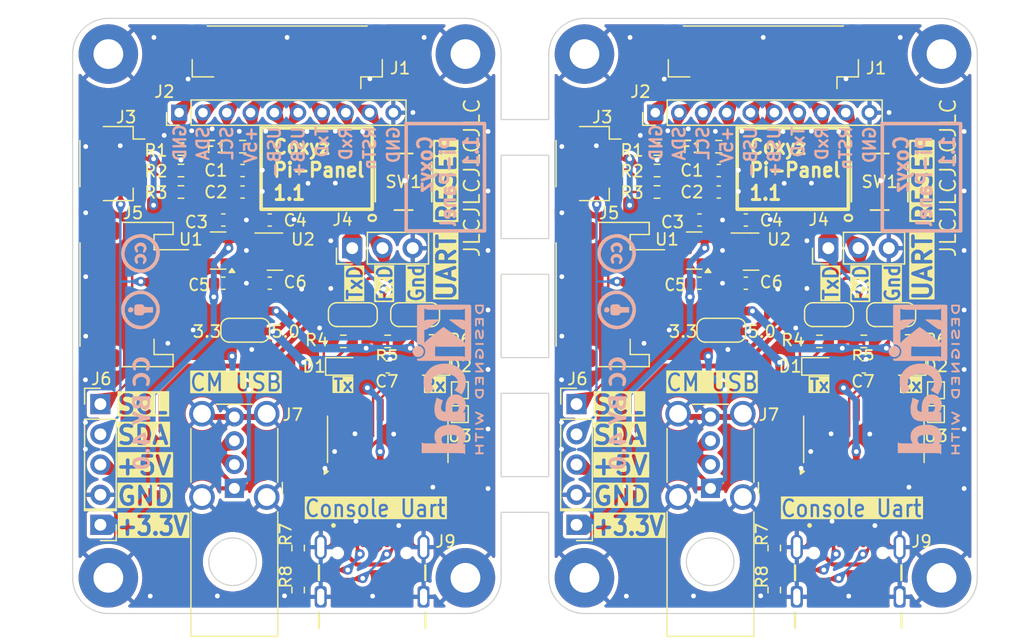
<source format=kicad_pcb>
(kicad_pcb (version 20240108) (generator "pcbnew") (generator_version "8.0")
  (layers (0 "F.Cu" signal) (31 "B.Cu" signal) (34 "B.Paste" user) (35 "F.Paste" user) (36 "B.SilkS" user "B.Silkscreen") (37 "F.SilkS" user "F.Silkscreen") (38 "B.Mask" user) (39 "F.Mask" user) (44 "Edge.Cuts" user))
  (net 0 "")
  (net 1 "Board_0-/+3V3")
  (net 2 "Board_0-/+5V0")
  (net 3 "Board_0-/3V3")
  (net 4 "Board_0-/5V0")
  (net 5 "Board_0-/RSTn")
  (net 6 "Board_0-/SCL")
  (net 7 "Board_0-/SDA")
  (net 8 "Board_0-/UART_RxD")
  (net 9 "Board_0-/UART_TxD")
  (net 10 "Board_0-/USB_N")
  (net 11 "Board_0-/USB_P")
  (net 12 "Board_0-/USB_RxD")
  (net 13 "Board_0-/USB_TxD")
  (net 14 "Board_0-/U_USB_N")
  (net 15 "Board_0-/U_USB_P")
  (net 16 "Board_0-/VBUS_IN")
  (net 17 "Board_0-/VCC")
  (net 18 "Board_0-GND")
  (net 19 "Board_0-Net-(D1-K)")
  (net 20 "Board_0-Net-(D2-K)")
  (net 21 "Board_0-Net-(J1-Pin_10)")
  (net 22 "Board_0-Net-(J9-CC1)")
  (net 23 "Board_0-Net-(J9-CC2)")
  (net 24 "Board_0-Net-(U3-~{CTS})")
  (net 25 "Board_0-unconnected-(J9-SBU1-PadA8)")
  (net 26 "Board_0-unconnected-(J9-SBU2-PadB8)")
  (net 27 "Board_0-unconnected-(TP1-Pad1)")
  (net 28 "Board_0-unconnected-(U3-NC-Pad7)")
  (net 29 "Board_0-unconnected-(U3-R232-Pad15)")
  (net 30 "Board_0-unconnected-(U3-~{DCD}-Pad12)")
  (net 31 "Board_0-unconnected-(U3-~{DSR}-Pad10)")
  (net 32 "Board_0-unconnected-(U3-~{OUT}{slash}~{DTR}-Pad8)")
  (net 33 "Board_0-unconnected-(U3-~{RI}-Pad11)")
  (net 34 "Board_0-unconnected-(U3-~{RTS}-Pad14)")
  (net 35 "Board_1-/+3V3")
  (net 36 "Board_1-/+5V0")
  (net 37 "Board_1-/3V3")
  (net 38 "Board_1-/5V0")
  (net 39 "Board_1-/RSTn")
  (net 40 "Board_1-/SCL")
  (net 41 "Board_1-/SDA")
  (net 42 "Board_1-/UART_RxD")
  (net 43 "Board_1-/UART_TxD")
  (net 44 "Board_1-/USB_N")
  (net 45 "Board_1-/USB_P")
  (net 46 "Board_1-/USB_RxD")
  (net 47 "Board_1-/USB_TxD")
  (net 48 "Board_1-/U_USB_N")
  (net 49 "Board_1-/U_USB_P")
  (net 50 "Board_1-/VBUS_IN")
  (net 51 "Board_1-/VCC")
  (net 52 "Board_1-GND")
  (net 53 "Board_1-Net-(D1-K)")
  (net 54 "Board_1-Net-(D2-K)")
  (net 55 "Board_1-Net-(J1-Pin_10)")
  (net 56 "Board_1-Net-(J9-CC1)")
  (net 57 "Board_1-Net-(J9-CC2)")
  (net 58 "Board_1-Net-(U3-~{CTS})")
  (net 59 "Board_1-unconnected-(J9-SBU1-PadA8)")
  (net 60 "Board_1-unconnected-(J9-SBU2-PadB8)")
  (net 61 "Board_1-unconnected-(TP1-Pad1)")
  (net 62 "Board_1-unconnected-(U3-NC-Pad7)")
  (net 63 "Board_1-unconnected-(U3-R232-Pad15)")
  (net 64 "Board_1-unconnected-(U3-~{DCD}-Pad12)")
  (net 65 "Board_1-unconnected-(U3-~{DSR}-Pad10)")
  (net 66 "Board_1-unconnected-(U3-~{OUT}{slash}~{DTR}-Pad8)")
  (net 67 "Board_1-unconnected-(U3-~{RI}-Pad11)")
  (net 68 "Board_1-unconnected-(U3-~{RTS}-Pad14)")
  (footprint "Connector_PinHeader_2.54mm:PinHeader_1x04_P2.54mm_Vertical" (layer "F.Cu") (at 152.832 52.4036)
    (property "Reference" "J6")
    (property "Value" "01x04 0.1\" pinheader")
  )
  (footprint "Connector_JST:JST_GH_SM10B-GHS-TB_1x10-1MP_P1.25mm_Horizontal" (layer "F.Cu") (at 168.53 23.205 180)
    (property "Reference" "J1")
    (property "Value" "Conn_01x10")
  )
  (footprint "MountingHole:MountingHole_2.5mm_Pad_TopBottom" (layer "F.Cu") (at 143.5 67)
    (property "Reference" "H4" (hide yes))
    (property "Value" "MountingHole_Pad")
  )
  (footprint "Jumper:SolderJumper-3_P1.3mm_Bridged12_RoundedPad1.0x1.5mm_NumberLabels" (layer "F.Cu") (at 179.2734 44.8926)
    (property "Reference" "JP2" (hide yes))
    (property "Value" "SolderJumper")
  )
  (footprint "Connector_JST:JST_GH_SM10B-GHS-TB_1x10-1MP_P1.25mm_Horizontal" (layer "F.Cu") (at 128.53 23.205 180)
    (property "Reference" "J1")
    (property "Value" "Conn_01x10")
  )
  (footprint "Capacitor_SMD:C_0603_1608Metric" (layer "F.Cu") (at 164.78 32.784)
    (property "Reference" "C1")
    (property "Value" "10u")
  )
  (footprint "Resistor_SMD:R_0603_1608Metric" (layer "F.Cu") (at 136.9675 47.14)
    (property "Reference" "R5")
    (property "Value" "33k")
  )
  (footprint "Capacitor_SMD:C_0603_1608Metric" (layer "F.Cu") (at 127.06 36.94)
    (property "Reference" "C4")
    (property "Value" "1u")
  )
  (footprint "Resistor_SMD:R_0603_1608Metric_Pad0.98x0.95mm_HandSolder" (layer "F.Cu") (at 164.78 30.78)
    (property "Reference" "F1")
    (property "Value" "Fuse_0.5A")
  )
  (footprint "Connector_PinHeader_2.54mm:PinHeader_1x01_P2.54mm_Vertical" (layer "F.Cu") (at 152.832 62.5456 180)
    (property "Reference" "J8" (hide yes))
    (property "Value" "Conn_01x01")
  )
  (footprint "Resistor_SMD:R_0603_1608Metric" (layer "F.Cu") (at 180.695 47.1)
    (property "Reference" "R6")
    (property "Value" "1K2")
  )
  (footprint "Jumper:SolderJumper-3_P1.3mm_Bridged12_RoundedPad1.0x1.5mm_NumberLabels" (layer "F.Cu") (at 139.2734 44.8926)
    (property "Reference" "JP2" (hide yes))
    (property "Value" "SolderJumper")
  )
  (footprint "Capacitor_SMD:C_0603_1608Metric" (layer "F.Cu") (at 167.06 36.94)
    (property "Reference" "C4")
    (property "Value" "1u")
  )
  (footprint "Capacitor_SMD:C_0603_1608Metric" (layer "F.Cu") (at 164.78 34.588)
    (property "Reference" "C2")
    (property "Value" "100n")
  )
  (footprint "CM4IO:GCT_USB4105-GF-A" (layer "F.Cu") (at 135.661351 68.6)
    (property "Reference" "J9")
    (property "Value" "USB4105-GF-A")
  )
  (footprint "TestPoint:TestPoint_Pad_1.0x1.0mm" (layer "F.Cu") (at 143.0326 51.2426)
    (property "Reference" "TP1" (hide yes))
    (property "Value" "nDTR")
  )
  (footprint "Capacitor_SMD:C_0603_1608Metric" (layer "F.Cu") (at 123.16 36.94 180)
    (property "Reference" "C3")
    (property "Value" "1u")
  )
  (footprint "Connector_PinHeader_2.54mm:PinHeader_1x03_P2.54mm_Vertical" (layer "F.Cu") (at 173.9902 39.3046 90)
    (property "Reference" "J4")
    (property "Value" "01x03 0.1\" pinheader")
  )
  (footprint "LED_SMD:LED_0603_1608Metric" (layer "F.Cu") (at 140.695 49.24 180)
    (property "Reference" "D2")
    (property "Value" "LED_GREEN")
  )
  (footprint "Package_TO_SOT_SMD:SOT-23" (layer "F.Cu") (at 127.5 39.595078)
    (property "Reference" "U2")
    (property "Value" "APE8865N-33-HF-3")
  )
  (footprint "Package_SO:SOIC-16_3.9x9.9mm_P1.27mm" (layer "F.Cu") (at 136.975 55.365 90)
    (property "Reference" "U3")
    (property "Value" "CH340C")
  )
  (footprint "Connector_JST:JST_PH_S4B-PH-SM4-TB_1x04-1MP_P2.00mm_Horizontal" (layer "F.Cu") (at 155.63 43.2 -90)
    (property "Reference" "J5")
    (property "Value" "STEMMA")
  )
  (footprint "Package_SO:SOIC-16_3.9x9.9mm_P1.27mm" (layer "F.Cu") (at 176.975 55.365 90)
    (property "Reference" "U3")
    (property "Value" "CH340C")
  )
  (footprint "MountingHole:MountingHole_2.5mm_Pad_TopBottom" (layer "F.Cu") (at 113.5 23)
    (property "Reference" "H1" (hide yes))
    (property "Value" "MountingHole_Pad")
  )
  (footprint "TestPoint:TestPoint_Pad_1.0x1.0mm" (layer "F.Cu") (at 183.0326 51.2426)
    (property "Reference" "TP1" (hide yes))
    (property "Value" "nDTR")
  )
  (footprint "MountingHole:MountingHole_2.5mm_Pad_TopBottom" (layer "F.Cu") (at 143.5 23)
    (property "Reference" "H2" (hide yes))
    (property "Value" "MountingHole_Pad")
  )
  (footprint "LED_SMD:LED_0603_1608Metric" (layer "F.Cu") (at 180.695 49.24 180)
    (property "Reference" "D2")
    (property "Value" "LED_GREEN")
  )
  (footprint "Connector_PinHeader_2.54mm:PinHeader_1x04_P2.54mm_Vertical" (layer "F.Cu") (at 112.832 52.4036)
    (property "Reference" "J6")
    (property "Value" "01x04 0.1\" pinheader")
  )
  (footprint "Connector_JST:JST_SH_SM04B-SRSS-TB_1x04-1MP_P1.00mm_Horizontal" (layer "F.Cu") (at 113.8 32.2 -90)
    (property "Reference" "J3")
    (property "Value" "STEMMA-QT")
  )
  (footprint "Resistor_SMD:R_0603_1608Metric" (layer "F.Cu") (at 169.4436 64.5 90)
    (property "Reference" "R7")
    (property "Value" "5K1")
  )
  (footprint "MountingHole:MountingHole_2.5mm_Pad_TopBottom" (layer "F.Cu") (at 183.5 67)
    (property "Reference" "H4" (hide yes))
    (property "Value" "MountingHole_Pad")
  )
  (footprint "MountingHole:MountingHole_2.5mm_Pad_TopBottom" (layer "F.Cu") (at 113.5 67)
    (property "Reference" "H3" (hide yes))
    (property "Value" "MountingHole_Pad")
  )
  (footprint "TestPoint:TestPoint_Pad_1.0x1.0mm" (layer "F.Cu") (at 183.0326 53.2492)
    (property "Reference" "TP2" (hide yes))
    (property "Value" "nCTS")
  )
  (footprint "Resistor_SMD:R_0603_1608Metric" (layer "F.Cu") (at 129.4436 68.028 -90)
    (property "Reference" "R8")
    (property "Value" "5K1")
  )
  (footprint "Capacitor_SMD:C_0603_1608Metric" (layer "F.Cu") (at 136.9675 49.28)
    (property "Reference" "C7")
    (property "Value" "100n")
  )
  (footprint "Resistor_SMD:R_0603_1608Metric" (layer "F.Cu") (at 169.4436 68.028 -90)
    (property "Reference" "R8")
    (property "Value" "5K1")
  )
  (footprint "Resistor_SMD:R_0603_1608Metric_Pad0.98x0.95mm_HandSolder" (layer "F.Cu") (at 159.6 30.98)
    (property "Reference" "R1")
    (property "Value" "0R")
  )
  (footprint "Capacitor_SMD:C_0603_1608Metric" (layer "F.Cu") (at 176.9675 49.28)
    (property "Reference" "C7")
    (property "Value" "100n")
  )
  (footprint "Resistor_SMD:R_0603_1608Metric" (layer "F.Cu") (at 173.24 47.14 180)
    (property "Reference" "R4")
    (property "Value" "1K2")
  )
  (footprint "Package_TO_SOT_SMD:SOT-23" (layer "F.Cu") (at 122.72 39.507578 180)
    (property "Reference" "U1")
    (property "Value" "APE8865N-33-HF-3")
  )
  (footprint "LED_SMD:LED_0603_1608Metric" (layer "F.Cu") (at 133.24 49.24)
    (property "Reference" "D1")
    (property "Value" "LED_RED")
  )
  (footprint "Jumper:SolderJumper-3_P1.3mm_Bridged12_RoundedPad1.0x1.5mm_NumberLabels" (layer "F.Cu") (at 134.041 44.8926)
    (property "Reference" "JP1" (hide yes))
    (property "Value" "SolderJumper")
  )
  (footprint "Capacitor_SMD:C_0603_1608Metric" (layer "F.Cu") (at 163.16 36.94 180)
    (property "Reference" "C3")
    (property "Value" "1u")
  )
  (footprint "CM4IO:pushButton-PTS647SM38SMTR2LFS" (layer "F.Cu") (at 178.3 33.73 90)
    (property "Reference" "SW1")
    (property "Value" "pushButton-PTS647SM38SMTR2LFS" (hide yes))
  )
  (footprint "CM4IO:GCT_USB4105-GF-A" (layer "F.Cu") (at 175.661351 68.6)
    (property "Reference" "J9")
    (property "Value" "USB4105-GF-A")
  )
  (footprint "Connector_JST:JST_PH_S4B-PH-SM4-TB_1x04-1MP_P2.00mm_Horizontal" (layer "F.Cu") (at 115.63 43.2 -90)
    (property "Reference" "J5")
    (property "Value" "STEMMA")
  )
  (footprint "Jumper:SolderJumper-3_P1.3mm_Bridged12_RoundedPad1.0x1.5mm_NumberLabels" (layer "F.Cu") (at 165 46.2)
    (property "Reference" "JP3" (hide yes))
    (property "Value" "SolderJumper")
  )
  (footprint "Capacitor_SMD:C_0603_1608Metric" (layer "F.Cu") (at 167.06 42.250156)
    (property "Reference" "C6")
    (property "Value" "2.2u")
  )
  (footprint "Connector_PinHeader_2.00mm:PinHeader_1x10_P2.00mm_Vertical" (layer "F.Cu") (at 119.45 27.92 90)
    (property "Reference" "J2")
    (property "Value" "Conn_01x10")
  )
  (footprint "Capacitor_SMD:C_0603_1608Metric" (layer "F.Cu") (at 124.78 32.784)
    (property "Reference" "C1")
    (property "Value" "10u")
  )
  (footprint "CM4IO:pushButton-PTS647SM38SMTR2LFS" (layer "F.Cu") (at 138.3 33.73 90)
    (property "Reference" "SW1")
    (property "Value" "pushButton-PTS647SM38SMTR2LFS" (hide yes))
  )
  (footprint "Connector_JST:JST_SH_SM04B-SRSS-TB_1x04-1MP_P1.00mm_Horizontal" (layer "F.Cu") (at 153.8 32.2 -90)
    (property "Reference" "J3")
    (property "Value" "STEMMA-QT")
  )
  (footprint "Connector_PinHeader_2.00mm:PinHeader_1x10_P2.00mm_Vertical" (layer "F.Cu") (at 159.45 27.92 90)
    (property "Reference" "J2")
    (property "Value" "Conn_01x10")
  )
  (footprint "Resistor_SMD:R_0603_1608Metric" (layer "F.Cu") (at 133.24 47.14 180)
    (property "Reference" "R4")
    (property "Value" "1K2")
  )
  (footprint "Capacitor_SMD:C_0603_1608Metric" (layer "F.Cu") (at 163.16 42.250156 180)
    (property "Reference" "C5")
    (property "Value" "2.2u")
  )
  (footprint "Resistor_SMD:R_0603_1608Metric_Pad0.98x0.95mm_HandSolder" (layer "F.Cu") (at 119.6 30.98)
    (property "Reference" "R1")
    (property "Value" "0R")
  )
  (footprint "Capacitor_SMD:C_0603_1608Metric" (layer "F.Cu") (at 124.78 34.588)
    (property "Reference" "C2")
    (property "Value" "100n")
  )
  (footprint "Resistor_SMD:R_0603_1608Metric" (layer "F.Cu") (at 140.695 47.1)
    (property "Reference" "R6")
    (property "Value" "1K2")
  )
  (footprint "Connector_PinHeader_2.54mm:PinHeader_1x01_P2.54mm_Vertical" (layer "F.Cu") (at 112.832 62.5456 180)
    (property "Reference" "J8" (hide yes))
    (property "Value" "Conn_01x01")
  )
  (footprint "MountingHole:MountingHole_2.5mm_Pad_TopBottom" (layer "F.Cu") (at 153.5 23)
    (property "Reference" "H1" (hide yes))
    (property "Value" "MountingHole_Pad")
  )
  (footprint "Resistor_SMD:R_0603_1608Metric" (layer "F.Cu") (at 129.4436 64.5 90)
    (property "Reference" "R7")
    (property "Value" "5K1")
  )
  (footprint "Connector_USB:USB_A_Wuerth_614004134726_Horizontal" (layer "F.Cu") (at 164.087121 59.4858 90)
    (property "Reference" "J7")
    (property "Value" "USB_A")
  )
  (footprint "Capacitor_SMD:C_0603_1608Metric" (layer "F.Cu") (at 123.16 42.250156 180)
    (property "Reference" "C5")
    (property "Value" "2.2u")
  )
  (footprint "Package_TO_SOT_SMD:SOT-23" (layer "F.Cu") (at 167.5 39.595078)
    (property "Reference" "U2")
    (property "Value" "APE8865N-33-HF-3")
  )
  (footprint "Jumper:SolderJumper-3_P1.3mm_Bridged12_RoundedPad1.0x1.5mm_NumberLabels" (layer "F.Cu") (at 174.041 44.8926)
    (property "Reference" "JP1" (hide yes))
    (property "Value" "SolderJumper")
  )
  (footprint "Jumper:SolderJumper-3_P1.3mm_Bridged12_RoundedPad1.0x1.5mm_NumberLabels" (layer "F.Cu") (at 125 46.2)
    (property "Reference" "JP3" (hide yes))
    (property "Value" "SolderJumper")
  )
  (footprint "LED_SMD:LED_0603_1608Metric" (layer "F.Cu") (at 173.24 49.24)
    (property "Reference" "D1")
    (property "Value" "LED_RED")
  )
  (footprint "Resistor_SMD:R_0603_1608Metric" (layer "F.Cu") (at 159.6 34.588 180)
    (property "Reference" "R3")
    (property "Value" "10K")
  )
  (footprint "Capacitor_SMD:C_0603_1608Metric" (layer "F.Cu") (at 127.06 42.250156)
    (property "Reference" "C6")
    (property "Value" "2.2u")
  )
  (footprint "Resistor_SMD:R_0603_1608Metric" (layer "F.Cu") (at 176.9675 47.14)
    (property "Reference" "R5")
    (property "Value" "33k")
  )
  (footprint "Resistor_SMD:R_0603_1608Metric_Pad0.98x0.95mm_HandSolder" (layer "F.Cu") (at 124.78 30.78)
    (property "Reference" "F1")
    (property "Value" "Fuse_0.5A")
  )
  (footprint "Connector_USB:USB_A_Wuerth_614004134726_Horizontal" (layer "F.Cu") (at 124.087121 59.4858 90)
    (property "Reference" "J7")
    (property "Value" "USB_A")
  )
  (footprint "TestPoint:TestPoint_Pad_1.0x1.0mm" (layer "F.Cu") (at 143.0326 53.2492)
    (property "Reference" "TP2" (hide yes))
    (property "Value" "nCTS")
  )
  (footprint "Resistor_SMD:R_0603_1608Metric" (layer "F.Cu") (at 119.6 34.588 180)
    (property "Reference" "R3")
    (property "Value" "10K")
  )
  (footprint "Package_TO_SOT_SMD:SOT-23" (layer "F.Cu") (at 162.72 39.507578 180)
    (property "Reference" "U1")
    (property "Value" "APE8865N-33-HF-3")
  )
  (footprint "Resistor_SMD:R_0603_1608Metric" (layer "F.Cu") (at 119.6 32.784)
    (property "Reference" "R2")
    (property "Value" "10K")
  )
  (footprint "MountingHole:MountingHole_2.5mm_Pad_TopBottom" (layer "F.Cu") (at 183.5 23)
    (property "Reference" "H2" (hide yes))
    (property "Value" "MountingHole_Pad")
  )
  (footprint "Connector_PinHeader_2.54mm:PinHeader_1x03_P2.54mm_Vertical" (layer "F.Cu") (at 133.9902 39.3046 90)
    (property "Reference" "J4")
    (property "Value" "01x03 0.1\" pinheader")
  )
  (footprint "MountingHole:MountingHole_2.5mm_Pad_TopBottom" (layer "F.Cu") (at 153.5 67)
    (property "Reference" "H3" (hide yes))
    (property "Value" "MountingHole_Pad")
  )
  (footprint "Resistor_SMD:R_0603_1608Metric" (layer "F.Cu") (at 159.6 32.784)
    (property "Reference" "R2")
    (property "Value" "10K")
  )
  (footprint "Symbol:KiCad-Logo2_5mm_SilkScreen" (layer "B.Cu") (at 182.04 50.33 -90)
    (property "Reference" "REF**" (hide yes))
    (property "Value" "KiCad-Logo2_5mm_SilkScreen" (hide yes))
  )
  (footprint "CM4IO:CC-BY-4" (layer "B.Cu") (at 116.2 48 -90)
    (property "Reference" "G***" (hide yes))
    (property "Value" "LOGO" (hide yes))
  )
  (footprint "CM4IO:CC-BY-4" (layer "B.Cu") (at 156.2 48 -90)
    (property "Reference" "G***" (hide yes))
    (property "Value" "LOGO" (hide yes))
  )
  (footprint "Symbol:KiCad-Logo2_5mm_SilkScreen" (layer "B.Cu") (at 142.04 50.33 -90)
    (property "Reference" "REF**" (hide yes))
    (property "Value" "KiCad-Logo2_5mm_SilkScreen" (hide yes))
  )
  (gr_line (start 150.806586 21.678817) (end 150.743126 21.816932) (stroke (width 0.1)) (layer "Edge.Cuts"))
  (gr_line (start 145.776274 21.045882) (end 145.674378 20.933099) (stroke (width 0.1)) (layer "Edge.Cuts"))
  (gr_line (start 184.103895 20.06141) (end 183.954283 20.034595) (stroke (width 0.1)) (layer "Edge.Cuts"))
  (gr_line (start 110.954067 68.586892) (end 111.037709 68.713804) (stroke (width 0.1)) (layer "Edge.Cuts"))
  (gr_line (start 151.545882 20.723725) (end 151.433099 20.825621) (stroke (width 0.1)) (layer "Edge.Cuts"))
  (gr_line (start 185.5669 20.825621) (end 185.454117 20.723725) (stroke (width 0.1)) (layer "Edge.Cuts"))
  (gr_line (start 146.5 28.5) (end 146.5 23) (stroke (width 0.1)) (layer "Edge.Cuts"))
  (gr_line (start 112.458084 69.813256) (end 112.60191 69.862417) (stroke (width 0.1)) (layer "Edge.Cuts"))
  (gr_line (start 145.336317 69.372327) (end 145.454117 69.276274) (stroke (width 0.1)) (layer "Edge.Cuts"))
  (gr_line (start 145.5669 69.174378) (end 145.674378 69.0669) (stroke (width 0.1)) (layer "Edge.Cuts"))
  (gr_line (start 111.325621 20.933099) (end 111.223725 21.045882) (stroke (width 0.1)) (layer "Edge.Cuts"))
  (gr_line (start 145.086892 69.545932) (end 145.213804 69.46229) (stroke (width 0.1)) (layer "Edge.Cuts"))
  (gr_line (start 146.256873 68.183067) (end 146.313256 68.041915) (stroke (width 0.1)) (layer "Edge.Cuts"))
  (gr_line (start 186.193413 68.321182) (end 186.256873 68.183067) (stroke (width 0.1)) (layer "Edge.Cuts"))
  (gr_line (start 146.123039 21.544094) (end 146.045932 21.413107) (stroke (width 0.1)) (layer "Edge.Cuts"))
  (gr_line (start 110.806586 68.321182) (end 110.87696 68.455905) (stroke (width 0.1)) (layer "Edge.Cuts"))
  (gr_line (start 111.913107 69.545932) (end 112.044094 69.623039) (stroke (width 0.1)) (layer "Edge.Cuts"))
  (gr_line (start 143.803504 20.015392) (end 143.651947 20.00385) (stroke (width 0.1)) (layer "Edge.Cuts"))
  (gr_line (start 110.595768 22.248042) (end 110.56141 22.396104) (stroke (width 0.1)) (layer "Edge.Cuts"))
  (gr_line (start 110.515392 22.696495) (end 110.50385 22.848052) (stroke (width 0.1)) (layer "Edge.Cuts"))
  (gr_line (start 113.348052 20.00385) (end 113.196495 20.015392) (stroke (width 0.1)) (layer "Edge.Cuts"))
  (gr_line (start 152.044094 20.37696) (end 151.913107 20.454067) (stroke (width 0.1)) (layer "Edge.Cuts"))
  (gr_line (start 146.193413 21.678817) (end 146.123039 21.544094) (stroke (width 0.1)) (layer "Edge.Cuts"))
  (gr_line (start 146.465404 67.454283) (end 146.484607 67.303504) (stroke (width 0.1)) (layer "Edge.Cuts"))
  (gr_line (start 144.821182 20.306586) (end 144.683067 20.243126) (stroke (width 0.1)) (layer "Edge.Cuts"))
  (gr_line (start 146.484607 67.303504) (end 146.496149 67.151947) (stroke (width 0.1)) (layer "Edge.Cuts"))
  (gr_line (start 111.325621 69.0669) (end 111.433099 69.174378) (stroke (width 0.1)) (layer "Edge.Cuts"))
  (gr_line (start 145.674378 69.0669) (end 145.776274 68.954117) (stroke (width 0.1)) (layer "Edge.Cuts"))
  (gr_line (start 185.086892 20.454067) (end 184.955905 20.37696) (stroke (width 0.1)) (layer "Edge.Cuts"))
  (gr_line (start 183.803504 20.015392) (end 183.651947 20.00385) (stroke (width 0.1)) (layer "Edge.Cuts"))
  (gr_line (start 151.433099 69.174378) (end 151.545882 69.276274) (stroke (width 0.1)) (layer "Edge.Cuts"))
  (gr_line (start 110.56141 67.603895) (end 110.595768 67.751957) (stroke (width 0.1)) (layer "Edge.Cuts"))
  (gr_line (start 151.325621 20.933099) (end 151.223725 21.045882) (stroke (width 0.1)) (layer "Edge.Cuts"))
  (gr_line (start 145.5669 20.825621) (end 145.454117 20.723725) (stroke (width 0.1)) (layer "Edge.Cuts"))
  (gr_line (start 150.5 41.5) (end 150.5 48.5) (stroke (width 0.1)) (layer "Edge.Cuts"))
  (gr_line (start 183.803504 69.984607) (end 183.954283 69.965404) (stroke (width 0.1)) (layer "Edge.Cuts"))
  (gr_line (start 110.743126 68.183067) (end 110.806586 68.321182) (stroke (width 0.1)) (layer "Edge.Cuts"))
  (gr_line (start 151.913107 20.454067) (end 151.786195 20.537709) (stroke (width 0.1)) (layer "Edge.Cuts"))
  (gr_line (start 186.313256 68.041915) (end 186.362417 67.898089) (stroke (width 0.1)) (layer "Edge.Cuts"))
  (gr_line (start 146.123039 68.455905) (end 146.193413 68.321182) (stroke (width 0.1)) (layer "Edge.Cuts"))
  (gr_line (start 153.348052 20.00385) (end 153.196495 20.015392) (stroke (width 0.1)) (layer "Edge.Cuts"))
  (gr_line (start 185.454117 69.276274) (end 185.5669 69.174378) (stroke (width 0.1)) (layer "Edge.Cuts"))
  (gr_line (start 183.5 70) (end 183.651947 69.996149) (stroke (width 0.1)) (layer "Edge.Cuts"))
  (gr_line (start 146.193413 68.321182) (end 146.256873 68.183067) (stroke (width 0.1)) (layer "Edge.Cuts"))
  (gr_line (start 151.223725 21.045882) (end 151.127672 21.163682) (stroke (width 0.1)) (layer "Edge.Cuts"))
  (gr_line (start 111.786195 20.537709) (end 111.663682 20.627672) (stroke (width 0.1)) (layer "Edge.Cuts"))
  (gr_line (start 185.872327 21.163682) (end 185.776274 21.045882) (stroke (width 0.1)) (layer "Edge.Cuts"))
  (gr_line (start 110.806586 21.678817) (end 110.743126 21.816932) (stroke (width 0.1)) (layer "Edge.Cuts"))
  (gr_line (start 184.683067 20.243126) (end 184.541915 20.186743) (stroke (width 0.1)) (layer "Edge.Cuts"))
  (gr_line (start 144.398089 69.862417) (end 144.541915 69.813256) (stroke (width 0.1)) (layer "Edge.Cuts"))
  (gr_line (start 146.362417 67.898089) (end 146.404231 67.751957) (stroke (width 0.1)) (layer "Edge.Cuts"))
  (gr_line (start 111.223725 21.045882) (end 111.127672 21.163682) (stroke (width 0.1)) (layer "Edge.Cuts"))
  (gr_line (start 144.541915 20.186743) (end 144.398089 20.137582) (stroke (width 0.1)) (layer "Edge.Cuts"))
  (gr_line (start 152.316932 20.243126) (end 152.178817 20.306586) (stroke (width 0.1)) (layer "Edge.Cuts"))
  (gr_line (start 146.5 41.5) (end 148.499 41.5) (stroke (width 0.1)) (layer "Edge.Cuts"))
  (gr_line (start 146.045932 21.413107) (end 145.96229 21.286195) (stroke (width 0.1)) (layer "Edge.Cuts"))
  (gr_line (start 110.686743 68.041915) (end 110.743126 68.183067) (stroke (width 0.1)) (layer "Edge.Cuts"))
  (gr_line (start 150.686743 21.958084) (end 150.637582 22.10191) (stroke (width 0.1)) (layer "Edge.Cuts"))
  (gr_line (start 146.362417 22.10191) (end 146.313256 21.958084) (stroke (width 0.1)) (layer "Edge.Cuts"))
  (gr_line (start 112.044094 69.623039) (end 112.178817 69.693413) (stroke (width 0.1)) (layer "Edge.Cuts"))
  (gr_line (start 146.404231 22.248042) (end 146.362417 22.10191) (stroke (width 0.1)) (layer "Edge.Cuts"))
  (gr_line (start 111.127672 21.163682) (end 111.037709 21.286195) (stroke (width 0.1)) (layer "Edge.Cuts"))
  (gr_line (start 148.499 41.5) (end 148.501 41.5) (stroke (width 0.1)) (layer "Edge.Cuts"))
  (gr_line (start 150.743126 21.816932) (end 150.686743 21.958084) (stroke (width 0.1)) (layer "Edge.Cuts"))
  (gr_line (start 184.821182 20.306586) (end 184.683067 20.243126) (stroke (width 0.1)) (layer "Edge.Cuts"))
  (gr_line (start 150.87696 68.455905) (end 150.954067 68.586892) (stroke (width 0.1)) (layer "Edge.Cuts"))
  (gr_line (start 150.637582 67.898089) (end 150.686743 68.041915) (stroke (width 0.1)) (layer "Edge.Cuts"))
  (gr_line (start 145.454117 69.276274) (end 145.5669 69.174378) (stroke (width 0.1)) (layer "Edge.Cuts"))
  (gr_line (start 145.213804 69.46229) (end 145.336317 69.372327) (stroke (width 0.1)) (layer "Edge.Cuts"))
  (gr_circle (center 164.06 65.65) (end 166.06 65.65) (stroke (width 0.1)) (fill none) (layer "Edge.Cuts"))
  (gr_line (start 185.213804 69.46229) (end 185.336317 69.372327) (stroke (width 0.1)) (layer "Edge.Cuts"))
  (gr_line (start 185.336317 20.627672) (end 185.213804 20.537709) (stroke (width 0.1)) (layer "Edge.Cuts"))
  (gr_line (start 146.496149 22.848052) (end 146.484607 22.696495) (stroke (width 0.1)) (layer "Edge.Cuts"))
  (gr_line (start 150.534595 67.454283) (end 150.56141 67.603895) (stroke (width 0.1)) (layer "Edge.Cuts"))
  (gr_line (start 110.50385 67.151947) (end 110.515392 67.303504) (stroke (width 0.1)) (layer "Edge.Cuts"))
  (gr_line (start 150.50385 67.151947) (end 150.515392 67.303504) (stroke (width 0.1)) (layer "Edge.Cuts"))
  (gr_line (start 143.803504 69.984607) (end 143.954283 69.965404) (stroke (width 0.1)) (layer "Edge.Cuts"))
  (gr_line (start 112.896104 20.06141) (end 112.748042 20.095768) (stroke (width 0.1)) (layer "Edge.Cuts"))
  (gr_line (start 186.362417 22.10191) (end 186.313256 21.958084) (stroke (width 0.1)) (layer "Edge.Cuts"))
  (gr_line (start 185.674378 69.0669) (end 185.776274 68.954117) (stroke (width 0.1)) (layer "Edge.Cuts"))
  (gr_line (start 144.251957 20.095768) (end 144.103895 20.06141) (stroke (width 0.1)) (layer "Edge.Cuts"))
  (gr_line (start 113.348052 69.996149) (end 113.5 70) (stroke (width 0.1)) (layer "Edge.Cuts"))
  (gr_line (start 152.178817 20.306586) (end 152.044094 20.37696) (stroke (width 0.1)) (layer "Edge.Cuts"))
  (gr_line (start 143.651947 20.00385) (end 143.5 20) (stroke (width 0.1)) (layer "Edge.Cuts"))
  (gr_line (start 186.496149 22.848052) (end 186.484607 22.696495) (stroke (width 0.1)) (layer "Edge.Cuts"))
  (gr_line (start 112.044094 20.37696) (end 111.913107 20.454067) (stroke (width 0.1)) (layer "Edge.Cuts"))
  (gr_line (start 151.663682 20.627672) (end 151.545882 20.723725) (stroke (width 0.1)) (layer "Edge.Cuts"))
  (gr_line (start 112.896104 69.938589) (end 113.045716 69.965404) (stroke (width 0.1)) (layer "Edge.Cuts"))
  (gr_line (start 111.786195 69.46229) (end 111.913107 69.545932) (stroke (width 0.1)) (layer "Edge.Cuts"))
  (gr_line (start 150.87696 21.544094) (end 150.806586 21.678817) (stroke (width 0.1)) (layer "Edge.Cuts"))
  (gr_line (start 111.223725 68.954117) (end 111.325621 69.0669) (stroke (width 0.1)) (layer "Edge.Cuts"))
  (gr_line (start 146.5 23) (end 146.496149 22.848052) (stroke (width 0.1)) (layer "Edge.Cuts"))
  (gr_line (start 148.499 31.5) (end 148.501 31.5) (stroke (width 0.1)) (layer "Edge.Cuts"))
  (gr_line (start 186.123039 21.544094) (end 186.045932 21.413107) (stroke (width 0.1)) (layer "Edge.Cuts"))
  (gr_line (start 150.5 48.5) (end 148.501 48.5) (stroke (width 0.1)) (layer "Edge.Cuts"))
  (gr_line (start 112.316932 20.243126) (end 112.178817 20.306586) (stroke (width 0.1)) (layer "Edge.Cuts"))
  (gr_line (start 146.256873 21.816932) (end 146.193413 21.678817) (stroke (width 0.1)) (layer "Edge.Cuts"))
  (gr_line (start 113.045716 20.034595) (end 112.896104 20.06141) (stroke (width 0.1)) (layer "Edge.Cuts"))
  (gr_line (start 112.458084 20.186743) (end 112.316932 20.243126) (stroke (width 0.1)) (layer "Edge.Cuts"))
  (gr_line (start 185.776274 68.954117) (end 185.872327 68.836317) (stroke (width 0.1)) (layer "Edge.Cuts"))
  (gr_line (start 150.954067 21.413107) (end 150.87696 21.544094) (stroke (width 0.1)) (layer "Edge.Cuts"))
  (gr_line (start 143.954283 20.034595) (end 143.803504 20.015392) (stroke (width 0.1)) (layer "Edge.Cuts"))
  (gr_line (start 144.955905 20.37696) (end 144.821182 20.306586) (stroke (width 0.1)) (layer "Edge.Cuts"))
  (gr_line (start 110.637582 22.10191) (end 110.595768 22.248042) (stroke (width 0.1)) (layer "Edge.Cuts"))
  (gr_line (start 148.499 61.5) (end 148.501 61.5) (stroke (width 0.1)) (layer "Edge.Cuts"))
  (gr_line (start 146.5 58.5) (end 146.5 51.5) (stroke (width 0.1)) (layer "Edge.Cuts"))
  (gr_line (start 145.674378 20.933099) (end 145.5669 20.825621) (stroke (width 0.1)) (layer "Edge.Cuts"))
  (gr_line (start 150.954067 68.586892) (end 151.037709 68.713804) (stroke (width 0.1)) (layer "Edge.Cuts"))
  (gr_line (start 151.786195 69.46229) (end 151.913107 69.545932) (stroke (width 0.1)) (layer "Edge.Cuts"))
  (gr_line (start 186.438589 22.396104) (end 186.404231 22.248042) (stroke (width 0.1)) (layer "Edge.Cuts"))
  (gr_line (start 110.515392 67.303504) (end 110.534595 67.454283) (stroke (width 0.1)) (layer "Edge.Cuts"))
  (gr_line (start 111.913107 20.454067) (end 111.786195 20.537709) (stroke (width 0.1)) (layer "Edge.Cuts"))
  (gr_line (start 186.313256 21.958084) (end 186.256873 21.816932) (stroke (width 0.1)) (layer "Edge.Cuts"))
  (gr_line (start 152.748042 20.095768) (end 152.60191 20.137582) (stroke (width 0.1)) (layer "Edge.Cuts"))
  (gr_line (start 186.484607 22.696495) (end 186.465404 22.545716) (stroke (width 0.1)) (layer "Edge.Cuts"))
  (gr_line (start 152.748042 69.904231) (end 152.896104 69.938589) (stroke (width 0.1)) (layer "Edge.Cuts"))
  (gr_line (start 151.545882 69.276274) (end 151.663682 69.372327) (stroke (width 0.1)) (layer "Edge.Cuts"))
  (gr_line (start 152.458084 20.186743) (end 152.316932 20.243126) (stroke (width 0.1)) (layer "Edge.Cuts"))
  (gr_line (start 185.96229 68.713804) (end 186.045932 68.586892) (stroke (width 0.1)) (layer "Edge.Cuts"))
  (gr_line (start 186.496149 67.151947) (end 186.5 67) (stroke (width 0.1)) (layer "Edge.Cuts"))
  (gr_line (start 186.045932 68.586892) (end 186.123039 68.455905) (stroke (width 0.1)) (layer "Edge.Cuts"))
  (gr_line (start 143.651947 69.996149) (end 143.803504 69.984607) (stroke (width 0.1)) (layer "Edge.Cuts"))
  (gr_line (start 110.5 23) (end 110.5 67) (stroke (width 0.1)) (layer "Edge.Cuts"))
  (gr_line (start 153.5 20) (end 153.348052 20.00385) (stroke (width 0.1)) (layer "Edge.Cuts"))
  (gr_line (start 148.499 28.5) (end 146.5 28.5) (stroke (width 0.1)) (layer "Edge.Cuts"))
  (gr_line (start 146.438589 22.396104) (end 146.404231 22.248042) (stroke (width 0.1)) (layer "Edge.Cuts"))
  (gr_line (start 110.56141 22.396104) (end 110.534595 22.545716) (stroke (width 0.1)) (layer "Edge.Cuts"))
  (gr_line (start 186.484607 67.303504) (end 186.496149 67.151947) (stroke (width 0.1)) (layer "Edge.Cuts"))
  (gr_line (start 183.954283 69.965404) (end 184.103895 69.938589) (stroke (width 0.1)) (layer "Edge.Cuts"))
  (gr_line (start 112.60191 20.137582) (end 112.458084 20.186743) (stroke (width 0.1)) (layer "Edge.Cuts"))
  (gr_line (start 111.433099 20.825621) (end 111.325621 20.933099) (stroke (width 0.1)) (layer "Edge.Cuts"))
  (gr_line (start 110.50385 22.848052) (end 110.5 23) (stroke (width 0.1)) (layer "Edge.Cuts"))
  (gr_line (start 150.56141 22.396104) (end 150.534595 22.545716) (stroke (width 0.1)) (layer "Edge.Cuts"))
  (gr_line (start 110.534595 67.454283) (end 110.56141 67.603895) (stroke (width 0.1)) (layer "Edge.Cuts"))
  (gr_line (start 145.776274 68.954117) (end 145.872327 68.836317) (stroke (width 0.1)) (layer "Edge.Cuts"))
  (gr_line (start 146.313256 21.958084) (end 146.256873 21.816932) (stroke (width 0.1)) (layer "Edge.Cuts"))
  (gr_line (start 152.896104 69.938589) (end 153.045716 69.965404) (stroke (width 0.1)) (layer "Edge.Cuts"))
  (gr_line (start 110.686743 21.958084) (end 110.637582 22.10191) (stroke (width 0.1)) (layer "Edge.Cuts"))
  (gr_line (start 111.037709 68.713804) (end 111.127672 68.836317) (stroke (width 0.1)) (layer "Edge.Cuts"))
  (gr_line (start 152.60191 20.137582) (end 152.458084 20.186743) (stroke (width 0.1)) (layer "Edge.Cuts"))
  (gr_line (start 152.316932 69.756873) (end 152.458084 69.813256) (stroke (width 0.1)) (layer "Edge.Cuts"))
  (gr_line (start 186.256873 21.816932) (end 186.193413 21.678817) (stroke (width 0.1)) (layer "Edge.Cuts"))
  (gr_line (start 185.872327 68.836317) (end 185.96229 68.713804) (stroke (width 0.1)) (layer "Edge.Cuts"))
  (gr_line (start 150.637582 22.10191) (end 150.595768 22.248042) (stroke (width 0.1)) (layer "Edge.Cuts"))
  (gr_line (start 145.96229 68.713804) (end 146.045932 68.586892) (stroke (width 0.1)) (layer "Edge.Cuts"))
  (gr_line (start 186.438589 67.603895) (end 186.465404 67.454283) (stroke (width 0.1)) (layer "Edge.Cuts"))
  (gr_line (start 150.5 51.5) (end 150.5 58.5) (stroke (width 0.1)) (layer "Edge.Cuts"))
  (gr_line (start 144.398089 20.137582) (end 144.251957 20.095768) (stroke (width 0.1)) (layer "Edge.Cuts"))
  (gr_line (start 152.896104 20.06141) (end 152.748042 20.095768) (stroke (width 0.1)) (layer "Edge.Cuts"))
  (gr_line (start 186.193413 21.678817) (end 186.123039 21.544094) (stroke (width 0.1)) (layer "Edge.Cuts"))
  (gr_line (start 185.086892 69.545932) (end 185.213804 69.46229) (stroke (width 0.1)) (layer "Edge.Cuts"))
  (gr_line (start 112.748042 20.095768) (end 112.60191 20.137582) (stroke (width 0.1)) (layer "Edge.Cuts"))
  (gr_line (start 186.404231 22.248042) (end 186.362417 22.10191) (stroke (width 0.1)) (layer "Edge.Cuts"))
  (gr_line (start 150.595768 22.248042) (end 150.56141 22.396104) (stroke (width 0.1)) (layer "Edge.Cuts"))
  (gr_line (start 143.5 20) (end 113.5 20) (stroke (width 0.1)) (layer "Edge.Cuts"))
  (gr_line (start 146.313256 68.041915) (end 146.362417 67.898089) (stroke (width 0.1)) (layer "Edge.Cuts"))
  (gr_line (start 184.821182 69.693413) (end 184.955905 69.623039) (stroke (width 0.1)) (layer "Edge.Cuts"))
  (gr_line (start 184.103895 69.938589) (end 184.251957 69.904231) (stroke (width 0.1)) (layer "Edge.Cuts"))
  (gr_line (start 151.913107 69.545932) (end 152.044094 69.623039) (stroke (width 0.1)) (layer "Edge.Cuts"))
  (gr_line (start 184.683067 69.756873) (end 184.821182 69.693413) (stroke (width 0.1)) (layer "Edge.Cuts"))
  (gr_line (start 186.045932 21.413107) (end 185.96229 21.286195) (stroke (width 0.1)) (layer "Edge.Cuts"))
  (gr_line (start 146.404231 67.751957) (end 146.438589 67.603895) (stroke (width 0.1)) (layer "Edge.Cuts"))
  (gr_line (start 150.5 58.5) (end 148.501 58.5) (stroke (width 0.1)) (layer "Edge.Cuts"))
  (gr_line (start 111.127672 68.836317) (end 111.223725 68.954117) (stroke (width 0.1)) (layer "Edge.Cuts"))
  (gr_line (start 150.743126 68.183067) (end 150.806586 68.321182) (stroke (width 0.1)) (layer "Edge.Cuts"))
  (gr_line (start 143.954283 69.965404) (end 144.103895 69.938589) (stroke (width 0.1)) (layer "Edge.Cuts"))
  (gr_line (start 184.398089 20.137582) (end 184.251957 20.095768) (stroke (width 0.1)) (layer "Edge.Cuts"))
  (gr_line (start 144.541915 69.813256) (end 144.683067 69.756873) (stroke (width 0.1)) (layer "Edge.Cuts"))
  (gr_line (start 151.223725 68.954117) (end 151.325621 69.0669) (stroke (width 0.1)) (layer "Edge.Cuts"))
  (gr_line (start 151.037709 68.713804) (end 151.127672 68.836317) (stroke (width 0.1)) (layer "Edge.Cuts"))
  (gr_line (start 184.541915 69.813256) (end 184.683067 69.756873) (stroke (width 0.1)) (layer "Edge.Cuts"))
  (gr_line (start 148.501 51.5) (end 150.5 51.5) (stroke (width 0.1)) (layer "Edge.Cuts"))
  (gr_line (start 110.743126 21.816932) (end 110.686743 21.958084) (stroke (width 0.1)) (layer "Edge.Cuts"))
  (gr_line (start 112.316932 69.756873) (end 112.458084 69.813256) (stroke (width 0.1)) (layer "Edge.Cuts"))
  (gr_line (start 110.87696 21.544094) (end 110.806586 21.678817) (stroke (width 0.1)) (layer "Edge.Cuts"))
  (gr_line (start 151.127672 21.163682) (end 151.037709 21.286195) (stroke (width 0.1)) (layer "Edge.Cuts"))
  (gr_line (start 112.178817 20.306586) (end 112.044094 20.37696) (stroke (width 0.1)) (layer "Edge.Cuts"))
  (gr_line (start 148.499 38.5) (end 146.5 38.5) (stroke (width 0.1)) (layer "Edge.Cuts"))
  (gr_line (start 150.806586 68.321182) (end 150.87696 68.455905) (stroke (width 0.1)) (layer "Edge.Cuts"))
  (gr_line (start 186.256873 68.183067) (end 186.313256 68.041915) (stroke (width 0.1)) (layer "Edge.Cuts"))
  (gr_line (start 151.127672 68.836317) (end 151.223725 68.954117) (stroke (width 0.1)) (layer "Edge.Cuts"))
  (gr_line (start 150.595768 67.751957) (end 150.637582 67.898089) (stroke (width 0.1)) (layer "Edge.Cuts"))
  (gr_line (start 148.501 48.5) (end 148.499 48.5) (stroke (width 0.1)) (layer "Edge.Cuts"))
  (gr_line (start 146.5 51.5) (end 148.499 51.5) (stroke (width 0.1)) (layer "Edge.Cuts"))
  (gr_line (start 184.251957 69.904231) (end 184.398089 69.862417) (stroke (width 0.1)) (layer "Edge.Cuts"))
  (gr_line (start 110.87696 68.455905) (end 110.954067 68.586892) (stroke (width 0.1)) (layer "Edge.Cuts"))
  (gr_line (start 110.954067 21.413107) (end 110.87696 21.544094) (stroke (width 0.1)) (layer "Edge.Cuts"))
  (gr_line (start 112.60191 69.862417) (end 112.748042 69.904231) (stroke (width 0.1)) (layer "Edge.Cuts"))
  (gr_line (start 146.484607 22.696495) (end 146.465404 22.545716) (stroke (width 0.1)) (layer "Edge.Cuts"))
  (gr_line (start 150.5 28.5) (end 148.501 28.5) (stroke (width 0.1)) (layer "Edge.Cuts"))
  (gr_line (start 110.534595 22.545716) (end 110.515392 22.696495) (stroke (width 0.1)) (layer "Edge.Cuts"))
  (gr_line (start 144.683067 69.756873) (end 144.821182 69.693413) (stroke (width 0.1)) (layer "Edge.Cuts"))
  (gr_line (start 151.433099 20.825621) (end 151.325621 20.933099) (stroke (width 0.1)) (layer "Edge.Cuts"))
  (gr_line (start 113.045716 69.965404) (end 113.196495 69.984607) (stroke (width 0.1)) (layer "Edge.Cuts"))
  (gr_line (start 144.955905 69.623039) (end 145.086892 69.545932) (stroke (width 0.1)) (layer "Edge.Cuts"))
  (gr_line (start 145.96229 21.286195) (end 145.872327 21.163682) (stroke (width 0.1)) (layer "Edge.Cuts"))
  (gr_line (start 148.501 61.5) (end 150.5 61.5) (stroke (width 0.1)) (layer "Edge.Cuts"))
  (gr_line (start 153.5 70) (end 183.5 70) (stroke (width 0.1)) (layer "Edge.Cuts"))
  (gr_line (start 144.821182 69.693413) (end 144.955905 69.623039) (stroke (width 0.1)) (layer "Edge.Cuts"))
  (gr_line (start 151.037709 21.286195) (end 150.954067 21.413107) (stroke (width 0.1)) (layer "Edge.Cuts"))
  (gr_line (start 143.5 70) (end 143.651947 69.996149) (stroke (width 0.1)) (layer "Edge.Cuts"))
  (gr_line (start 110.637582 67.898089) (end 110.686743 68.041915) (stroke (width 0.1)) (layer "Edge.Cuts"))
  (gr_line (start 146.5 38.5) (end 146.5 31.5) (stroke (width 0.1)) (layer "Edge.Cuts"))
  (gr_line (start 112.748042 69.904231) (end 112.896104 69.938589) (stroke (width 0.1)) (layer "Edge.Cuts"))
  (gr_line (start 152.044094 69.623039) (end 152.178817 69.693413) (stroke (width 0.1)) (layer "Edge.Cuts"))
  (gr_line (start 145.336317 20.627672) (end 145.213804 20.537709) (stroke (width 0.1)) (layer "Edge.Cuts"))
  (gr_line (start 153.196495 69.984607) (end 153.348052 69.996149) (stroke (width 0.1)) (layer "Edge.Cuts"))
  (gr_line (start 152.458084 69.813256) (end 152.60191 69.862417) (stroke (width 0.1)) (layer "Edge.Cuts"))
  (gr_line (start 150.534595 22.545716) (end 150.515392 22.696495) (stroke (width 0.1)) (layer "Edge.Cuts"))
  (gr_line (start 150.5 61.5) (end 150.5 67) (stroke (width 0.1)) (layer "Edge.Cuts"))
  (gr_line (start 185.674378 20.933099) (end 185.5669 20.825621) (stroke (width 0.1)) (layer "Edge.Cuts"))
  (gr_line (start 186.465404 67.454283) (end 186.484607 67.303504) (stroke (width 0.1)) (layer "Edge.Cuts"))
  (gr_line (start 148.501 58.5) (end 148.499 58.5) (stroke (width 0.1)) (layer "Edge.Cuts"))
  (gr_line (start 146.5 67) (end 146.5 61.5) (stroke (width 0.1)) (layer "Edge.Cuts"))
  (gr_line (start 186.5 67) (end 186.5 23) (stroke (width 0.1)) (layer "Edge.Cuts"))
  (gr_line (start 146.465404 22.545716) (end 146.438589 22.396104) (stroke (width 0.1)) (layer "Edge.Cuts"))
  (gr_line (start 183.651947 69.996149) (end 183.803504 69.984607) (stroke (width 0.1)) (layer "Edge.Cuts"))
  (gr_line (start 150.515392 67.303504) (end 150.534595 67.454283) (stroke (width 0.1)) (layer "Edge.Cuts"))
  (gr_line (start 150.5 38.5) (end 148.501 38.5) (stroke (width 0.1)) (layer "Edge.Cuts"))
  (gr_line (start 145.872327 68.836317) (end 145.96229 68.713804) (stroke (width 0.1)) (layer "Edge.Cuts"))
  (gr_line (start 183.651947 20.00385) (end 183.5 20) (stroke (width 0.1)) (layer "Edge.Cuts"))
  (gr_line (start 185.96229 21.286195) (end 185.872327 21.163682) (stroke (width 0.1)) (layer "Edge.Cuts"))
  (gr_line (start 146.5 61.5) (end 148.499 61.5) (stroke (width 0.1)) (layer "Edge.Cuts"))
  (gr_line (start 185.454117 20.723725) (end 185.336317 20.627672) (stroke (width 0.1)) (layer "Edge.Cuts"))
  (gr_line (start 184.955905 20.37696) (end 184.821182 20.306586) (stroke (width 0.1)) (layer "Edge.Cuts"))
  (gr_line (start 151.325621 69.0669) (end 151.433099 69.174378) (stroke (width 0.1)) (layer "Edge.Cuts"))
  (gr_line (start 145.213804 20.537709) (end 145.086892 20.454067) (stroke (width 0.1)) (layer "Edge.Cuts"))
  (gr_line (start 186.123039 68.455905) (end 186.193413 68.321182) (stroke (width 0.1)) (layer "Edge.Cuts"))
  (gr_line (start 146.5 48.5) (end 146.5 41.5) (stroke (width 0.1)) (layer "Edge.Cuts"))
  (gr_line (start 113.196495 20.015392) (end 113.045716 20.034595) (stroke (width 0.1)) (layer "Edge.Cuts"))
  (gr_line (start 111.433099 69.174378) (end 111.545882 69.276274) (stroke (width 0.1)) (layer "Edge.Cuts"))
  (gr_line (start 150.50385 22.848052) (end 150.5 23) (stroke (width 0.1)) (layer "Edge.Cuts"))
  (gr_line (start 146.496149 67.151947) (end 146.5 67) (stroke (width 0.1)) (layer "Edge.Cuts"))
  (gr_line (start 113.5 20) (end 113.348052 20.00385) (stroke (width 0.1)) (layer "Edge.Cuts"))
  (gr_line (start 112.178817 69.693413) (end 112.316932 69.756873) (stroke (width 0.1)) (layer "Edge.Cuts"))
  (gr_line (start 184.955905 69.623039) (end 185.086892 69.545932) (stroke (width 0.1)) (layer "Edge.Cuts"))
  (gr_line (start 110.595768 67.751957) (end 110.637582 67.898089) (stroke (width 0.1)) (layer "Edge.Cuts"))
  (gr_line (start 144.683067 20.243126) (end 144.541915 20.186743) (stroke (width 0.1)) (layer "Edge.Cuts"))
  (gr_line (start 183.954283 20.034595) (end 183.803504 20.015392) (stroke (width 0.1)) (layer "Edge.Cuts"))
  (gr_line (start 186.404231 67.751957) (end 186.438589 67.603895) (stroke (width 0.1)) (layer "Edge.Cuts"))
  (gr_line (start 150.5 67) (end 150.50385 67.151947) (stroke (width 0.1)) (layer "Edge.Cuts"))
  (gr_line (start 184.251957 20.095768) (end 184.103895 20.06141) (stroke (width 0.1)) (layer "Edge.Cuts"))
  (gr_line (start 111.663682 20.627672) (end 111.545882 20.723725) (stroke (width 0.1)) (layer "Edge.Cuts"))
  (gr_line (start 185.213804 20.537709) (end 185.086892 20.454067) (stroke (width 0.1)) (layer "Edge.Cuts"))
  (gr_line (start 185.776274 21.045882) (end 185.674378 20.933099) (stroke (width 0.1)) (layer "Edge.Cuts"))
  (gr_line (start 152.178817 69.693413) (end 152.316932 69.756873) (stroke (width 0.1)) (layer "Edge.Cuts"))
  (gr_line (start 111.545882 69.276274) (end 111.663682 69.372327) (stroke (width 0.1)) (layer "Edge.Cuts"))
  (gr_line (start 113.196495 69.984607) (end 113.348052 69.996149) (stroke (width 0.1)) (layer "Edge.Cuts"))
  (gr_line (start 150.515392 22.696495) (end 150.50385 22.848052) (stroke (width 0.1)) (layer "Edge.Cuts"))
  (gr_line (start 148.501 38.5) (end 148.499 38.5) (stroke (width 0.1)) (layer "Edge.Cuts"))
  (gr_line (start 146.438589 67.603895) (end 146.465404 67.454283) (stroke (width 0.1)) (layer "Edge.Cuts"))
  (gr_line (start 152.60191 69.862417) (end 152.748042 69.904231) (stroke (width 0.1)) (layer "Edge.Cuts"))
  (gr_line (start 111.037709 21.286195) (end 110.954067 21.413107) (stroke (width 0.1)) (layer "Edge.Cuts"))
  (gr_line (start 153.196495 20.015392) (end 153.045716 20.034595) (stroke (width 0.1)) (layer "Edge.Cuts"))
  (gr_line (start 145.872327 21.163682) (end 145.776274 21.045882) (stroke (width 0.1)) (layer "Edge.Cuts"))
  (gr_line (start 148.501 31.5) (end 150.5 31.5) (stroke (width 0.1)) (layer "Edge.Cuts"))
  (gr_line (start 183.5 20) (end 153.5 20) (stroke (width 0.1)) (layer "Edge.Cuts"))
  (gr_circle (center 123.94 65.65) (end 125.94 65.65) (stroke (width 0.1)) (fill none) (layer "Edge.Cuts"))
  (gr_line (start 111.663682 69.372327) (end 111.786195 69.46229) (stroke (width 0.1)) (layer "Edge.Cuts"))
  (gr_line (start 148.499 51.5) (end 148.501 51.5) (stroke (width 0.1)) (layer "Edge.Cuts"))
  (gr_line (start 113.5 70) (end 143.5 70) (stroke (width 0.1)) (layer "Edge.Cuts"))
  (gr_line (start 153.348052 69.996149) (end 153.5 70) (stroke (width 0.1)) (layer "Edge.Cuts"))
  (gr_line (start 185.5669 69.174378) (end 185.674378 69.0669) (stroke (width 0.1)) (layer "Edge.Cuts"))
  (gr_line (start 150.5 31.5) (end 150.5 38.5) (stroke (width 0.1)) (layer "Edge.Cuts"))
  (gr_line (start 111.545882 20.723725) (end 111.433099 20.825621) (stroke (width 0.1)) (layer "Edge.Cuts"))
  (gr_line (start 150.686743 68.041915) (end 150.743126 68.183067) (stroke (width 0.1)) (layer "Edge.Cuts"))
  (gr_line (start 153.045716 69.965404) (end 153.196495 69.984607) (stroke (width 0.1)) (layer "Edge.Cuts"))
  (gr_line (start 110.5 67) (end 110.50385 67.151947) (stroke (width 0.1)) (layer "Edge.Cuts"))
  (gr_line (start 186.362417 67.898089) (end 186.404231 67.751957) (stroke (width 0.1)) (layer "Edge.Cuts"))
  (gr_line (start 148.501 28.5) (end 148.499 28.5) (stroke (width 0.1)) (layer "Edge.Cuts"))
  (gr_line (start 144.103895 69.938589) (end 144.251957 69.904231) (stroke (width 0.1)) (layer "Edge.Cuts"))
  (gr_line (start 144.251957 69.904231) (end 144.398089 69.862417) (stroke (width 0.1)) (layer "Edge.Cuts"))
  (gr_line (start 184.398089 69.862417) (end 184.541915 69.813256) (stroke (width 0.1)) (layer "Edge.Cuts"))
  (gr_line (start 146.045932 68.586892) (end 146.123039 68.455905) (stroke (width 0.1)) (layer "Edge.Cuts"))
  (gr_line (start 186.465404 22.545716) (end 186.438589 22.396104) (stroke (width 0.1)) (layer "Edge.Cuts"))
  (gr_line (start 185.336317 69.372327) (end 185.454117 69.276274) (stroke (width 0.1)) (layer "Edge.Cuts"))
  (gr_line (start 148.499 58.5) (end 146.5 58.5) (stroke (width 0.1)) (layer "Edge.Cuts"))
  (gr_line (start 151.786195 20.537709) (end 151.663682 20.627672) (stroke (width 0.1)) (layer "Edge.Cuts"))
  (gr_line (start 145.086892 20.454067) (end 144.955905 20.37696) (stroke (width 0.1)) (layer "Edge.Cuts"))
  (gr_line (start 148.499 48.5) (end 146.5 48.5) (stroke (width 0.1)) (layer "Edge.Cuts"))
  (gr_line (start 145.454117 20.723725) (end 145.336317 20.627672) (stroke (width 0.1)) (layer "Edge.Cuts"))
  (gr_line (start 144.103895 20.06141) (end 143.954283 20.034595) (stroke (width 0.1)) (layer "Edge.Cuts"))
  (gr_line (start 150.5 23) (end 150.5 28.5) (stroke (width 0.1)) (layer "Edge.Cuts"))
  (gr_line (start 146.5 31.5) (end 148.499 31.5) (stroke (width 0.1)) (layer "Edge.Cuts"))
  (gr_line (start 153.045716 20.034595) (end 152.896104 20.06141) (stroke (width 0.1)) (layer "Edge.Cuts"))
  (gr_line (start 150.56141 67.603895) (end 150.595768 67.751957) (stroke (width 0.1)) (layer "Edge.Cuts"))
  (gr_line (start 184.541915 20.186743) (end 184.398089 20.137582) (stroke (width 0.1)) (layer "Edge.Cuts"))
  (gr_line (start 186.5 23) (end 186.496149 22.848052) (stroke (width 0.1)) (layer "Edge.Cuts"))
  (gr_line (start 151.663682 69.372327) (end 151.786195 69.46229) (stroke (width 0.1)) (layer "Edge.Cuts"))
  (gr_line (start 148.501 41.5) (end 150.5 41.5) (stroke (width 0.1)) (layer "Edge.Cuts"))
  (gr_text "SCL" (at 124.04 28.97 90) (layer "B.SilkS") (effects (font (size 1 1) (thickness 0.2) (bold yes)) (justify left bottom mirror)))
  (gr_text "SDA" (at 162.04 28.97 90) (layer "B.SilkS") (effects (font (size 1 1) (thickness 0.2) (bold yes)) (justify left bottom mirror)))
  (gr_text "TxD" (at 132.04 28.97 90) (layer "B.SilkS") (effects (font (size 1 1) (thickness 0.2) (bold yes)) (justify left bottom mirror)))
  (gr_text "USB+" (at 130.04 28.97 90) (layer "B.SilkS") (effects (font (size 1 1) (thickness 0.2) (bold yes)) (justify left bottom mirror)))
  (gr_text "GND" (at 120.1 28.8 90) (layer "B.SilkS") (effects (font (size 1 1) (thickness 0.2) (bold yes)) (justify left bottom mirror)))
  (gr_text "GND" (at 160.1 28.8 90) (layer "B.SilkS") (effects (font (size 1 1) (thickness 0.2) (bold yes)) (justify left bottom mirror)))
  (gr_text "+5V" (at 166.04 28.97 90) (layer "B.SilkS") (effects (font (size 1 1) (thickness 0.2) (bold yes)) (justify left bottom mirror)))
  (gr_text "RSTn" (at 176.04 28.97 90) (layer "B.SilkS") (effects (font (size 1 1) (thickness 0.2) (bold yes)) (justify left bottom mirror)))
  (gr_text "USB+" (at 170.04 28.97 90) (layer "B.SilkS") (effects (font (size 1 1) (thickness 0.2) (bold yes)) (justify left bottom mirror)))
  (gr_text "+5V" (at 126.04 28.97 90) (layer "B.SilkS") (effects (font (size 1 1) (thickness 0.2) (bold yes)) (justify left bottom mirror)))
  (gr_text "RxD" (at 174.04 28.97 90) (layer "B.SilkS") (effects (font (size 1 1) (thickness 0.2) (bold yes)) (justify left bottom mirror)))
  (gr_text "SCL" (at 164.04 28.97 90) (layer "B.SilkS") (effects (font (size 1 1) (thickness 0.2) (bold yes)) (justify left bottom mirror)))
  (gr_text "GND" (at 138.04 28.97 90) (layer "B.SilkS") (effects (font (size 1 1) (thickness 0.2) (bold yes)) (justify left bottom mirror)))
  (gr_text "SDA" (at 122.04 28.97 90) (layer "B.SilkS") (effects (font (size 1 1) (thickness 0.2) (bold yes)) (justify left bottom mirror)))
  (gr_text "USB-" (at 128.04 28.97 90) (layer "B.SilkS") (effects (font (size 1 1) (thickness 0.2) (bold yes)) (justify left bottom mirror)))
  (gr_text "GND" (at 178.04 28.97 90) (layer "B.SilkS") (effects (font (size 1 1) (thickness 0.2) (bold yes)) (justify left bottom mirror)))
  (gr_text "RxD" (at 134.04 28.97 90) (layer "B.SilkS") (effects (font (size 1 1) (thickness 0.2) (bold yes)) (justify left bottom mirror)))
  (gr_text "USB-" (at 168.04 28.97 90) (layer "B.SilkS") (effects (font (size 1 1) (thickness 0.2) (bold yes)) (justify left bottom mirror)))
  (gr_text "RSTn" (at 136.04 28.97 90) (layer "B.SilkS") (effects (font (size 1 1) (thickness 0.2) (bold yes)) (justify left bottom mirror)))
  (gr_text "TxD" (at 172.04 28.97 90) (layer "B.SilkS") (effects (font (size 1 1) (thickness 0.2) (bold yes)) (justify left bottom mirror)))
  (gr_text "3.3" (at 160.5 46.9 0) (layer "F.SilkS") (effects (font (size 1 1)) (justify left bottom)))
  (gr_text "3.3" (at 120.5 46.9 0) (layer "F.SilkS") (effects (font (size 1 1)) (justify left bottom)))
  (gr_text "UART\n" (at 142.7962 43.8512 90) (layer "F.SilkS" knockout) (effects (font (size 1.5 1.5) (thickness 0.3) (bold yes)) (justify left bottom)))
  (gr_text "GND" (at 114.102 61.019057 0) (layer "F.SilkS" knockout) (effects (font (size 1.5 1.5) (thickness 0.3) (bold yes)) (justify left bottom)))
  (gr_text "RxD" (at 177.428425 44.0036 90) (layer "F.SilkS" knockout) (effects (font (size 1.2 1.1) (thickness 0.22) (bold yes)) (justify left bottom)))
  (gr_text "+5V" (at 114.0004 58.4562 0) (layer "F.SilkS" knockout) (effects (font (size 1.5 1.5) (thickness 0.3) (bold yes)) (justify left bottom)))
  (gr_text "+3.3V" (at 154.102 63.5362 0) (layer "F.SilkS" knockout) (effects (font (size 1.5 1.3) (thickness 0.3) (bold yes)) (justify left bottom)))
  (gr_text "TxD" (at 174.9162 43.775 90) (layer "F.SilkS" knockout) (effects (font (size 1.2 1.1) (thickness 0.22) (bold yes)) (justify left bottom)))
  (gr_text "SCL" (at 114.102 53.336486 0) (layer "F.SilkS" knockout) (effects (font (size 1.5 1.5) (thickness 0.3) (bold yes)) (justify left bottom)))
  (gr_text "Tx" (at 132.31 51.4 0) (layer "F.SilkS" knockout) (effects (font (size 1 1) (thickness 0.2) (bold yes)) (justify left bottom)))
  (gr_text "Rx" (at 179.85 51.4 0) (layer "F.SilkS" knockout) (effects (font (size 1 1) (thickness 0.2) (bold yes)) (justify left bottom)))
  (gr_text "Gnd\n" (at 140.0862 43.9274 90) (layer "F.SilkS" knockout) (effects (font (size 1.2 1.1) (thickness 0.22) (bold yes)) (justify left bottom)))
  (gr_text "5.0" (at 167.1 46.9 0) (layer "F.SilkS") (effects (font (size 1 1)) (justify left bottom)))
  (gr_text "Rx" (at 139.85 51.4 0) (layer "F.SilkS" knockout) (effects (font (size 1 1) (thickness 0.2) (bold yes)) (justify left bottom)))
  (gr_text "SDA" (at 114.102 55.897343 0) (layer "F.SilkS" knockout) (effects (font (size 1.5 1.5) (thickness 0.3) (bold yes)) (justify left bottom)))
  (gr_text "UART\n" (at 182.7962 43.8512 90) (layer "F.SilkS" knockout) (effects (font (size 1.5 1.5) (thickness 0.3) (bold yes)) (justify left bottom)))
  (gr_text "GND" (at 154.102 61.019057 0) (layer "F.SilkS" knockout) (effects (font (size 1.5 1.5) (thickness 0.3) (bold yes)) (justify left bottom)))
  (gr_text "CM USB" (at 120.2488 51.4204 0) (layer "F.SilkS" knockout) (effects (font (size 1.4 1.3) (thickness 0.2) (bold yes)) (justify left bottom)))
  (gr_text "JLCJLCJLCJLC" (at 144.81 40.18 90) (layer "F.SilkS") (effects (font (size 1.3 1.3)) (justify left bottom)))
  (gr_text "RxD" (at 137.428425 44.0036 90) (layer "F.SilkS" knockout) (effects (font (size 1.2 1.1) (thickness 0.22) (bold yes)) (justify left bottom)))
  (gr_text "SDA" (at 154.102 55.897343 0) (layer "F.SilkS" knockout) (effects (font (size 1.5 1.5) (thickness 0.3) (bold yes)) (justify left bottom)))
  (gr_text "Console Uart" (at 129.9 62 0) (layer "F.SilkS" knockout) (effects (font (size 1.4 1.2) (thickness 0.2) (bold yes)) (justify left bottom)))
  (gr_text "CM USB" (at 160.2488 51.4204 0) (layer "F.SilkS" knockout) (effects (font (size 1.4 1.3) (thickness 0.2) (bold yes)) (justify left bottom)))
  (gr_text "Gnd\n" (at 180.0862 43.9274 90) (layer "F.SilkS" knockout) (effects (font (size 1.2 1.1) (thickness 0.22) (bold yes)) (justify left bottom)))
  (gr_text "RESET" (at 142.8 37.35 90) (layer "F.SilkS" knockout) (effects (font (size 1.5 1.5) (thickness 0.3) (bold yes)) (justify left bottom)))
  (gr_text "TxD" (at 134.9162 43.775 90) (layer "F.SilkS" knockout) (effects (font (size 1.2 1.1) (thickness 0.22) (bold yes)) (justify left bottom)))
  (gr_text "5.0" (at 127.1 46.9 0) (layer "F.SilkS") (effects (font (size 1 1)) (justify left bottom)))
  (gr_text "Console Uart" (at 169.9 62 0) (layer "F.SilkS" knockout) (effects (font (size 1.4 1.2) (thickness 0.2) (bold yes)) (justify left bottom)))
  (gr_text "JLCJLCJLCJLC" (at 184.81 40.18 90) (layer "F.SilkS") (effects (font (size 1.3 1.3)) (justify left bottom)))
  (gr_text "SCL" (at 154.102 53.336486 0) (layer "F.SilkS" knockout) (effects (font (size 1.5 1.5) (thickness 0.3) (bold yes)) (justify left bottom)))
  (gr_text "Tx" (at 172.31 51.4 0) (layer "F.SilkS" knockout) (effects (font (size 1 1) (thickness 0.2) (bold yes)) (justify left bottom)))
  (gr_text "RESET" (at 182.8 37.35 90) (layer "F.SilkS" knockout) (effects (font (size 1.5 1.5) (thickness 0.3) (bold yes)) (justify left bottom)))
  (gr_text "+5V" (at 154.0004 58.4562 0) (layer "F.SilkS" knockout) (effects (font (size 1.5 1.5) (thickness 0.3) (bold yes)) (justify left bottom)))
  (gr_text "+3.3V" (at 114.102 63.5362 0) (layer "F.SilkS" knockout) (effects (font (size 1.5 1.3) (thickness 0.3) (bold yes)) (justify left bottom)))
  (gr_text_box "Coxyz\nPi-Panel\n1.1" (start 138.5234 28.8398) (end 145.1034 37.853) (angle 90) (layer "B.SilkS") (effects (font (size 1.2 1.1) (thickness 0.25) (bold yes)) (justify left top mirror)) (border yes) (stroke (width 0.3)))
  (gr_text_box "Coxyz\nPi-Panel\n1.1" (start 178.5234 28.8398) (end 185.1034 37.853) (angle 90) (layer "B.SilkS") (effects (font (size 1.2 1.1) (thickness 0.25) (bold yes)) (justify left top mirror)) (border yes) (stroke (width 0.3)))
  (gr_text_box "Coxyz\nPi-Panel\n1.1" (start 126.3317 29.21) (end 135.6683 36.04) (layer "F.SilkS") (effects (font (size 1.2 1.1) (thickness 0.25) (bold yes)) (justify left top)) (border yes) (stroke (width 0.3)))
  (gr_text_box "Coxyz\nPi-Panel\n1.1" (start 166.3317 29.21) (end 175.6683 36.04) (layer "F.SilkS") (effects (font (size 1.2 1.1) (thickness 0.25) (bold yes)) (justify left top)) (border yes) (stroke (width 0.3)))
  (segment (start 122.36 43.4) (end 122.36 42.275158) (width 0.5) (layer "F.Cu") (net 1))
  (segment (start 123.6 39.3) (end 123.6 38.6) (width 0.5) (layer "F.Cu") (net 1))
  (via (at 123.6 39.3) (size 0.8) (drill 0.4) (layers "F.Cu" "B.Cu") (net 1))
  (via (at 122.36 43.4) (size 0.8) (drill 0.4) (layers "F.Cu" "B.Cu") (net 1))
  (segment (start 117.2262 51.5738) (end 117.2262 60.0818) (width 0.5) (layer "B.Cu") (net 1))
  (segment (start 122.36 43.4) (end 122.36 46.44) (width 0.5) (layer "B.Cu") (net 1))
  (segment (start 117.2262 60.0818) (end 114.7624 62.5456) (width 0.5) (layer "B.Cu") (net 1))
  (segment (start 122.36 46.44) (end 117.2262 51.5738) (width 0.5) (layer "B.Cu") (net 1))
  (segment (start 114.7624 62.5456) (end 112.832 62.5456) (width 0.5) (layer "B.Cu") (net 1))
  (segment (start 123.6 39.3) (end 122.36 40.54) (width 0.5) (layer "B.Cu") (net 1))
  (segment (start 122.36 40.54) (end 122.36 43.4) (width 0.5) (layer "B.Cu") (net 1))
  (segment (start 118.48 44.2) (end 116.7 44.2) (width 0.35) (layer "F.Cu") (net 2))
  (segment (start 124.087121 59.287121) (end 124.087121 59.779921) (width 0.35) (layer "F.Cu") (net 2))
  (segment (start 125.0184 59.4858) (end 125.3288 59.1754) (width 0.35) (layer "F.Cu") (net 2))
  (segment (start 122.9 58.1) (end 113.4484 58.1) (width 0.5) (layer "F.Cu") (net 2))
  (segment (start 120.605 43.995) (end 120.4 44.2) (width 0.35) (layer "F.Cu") (net 2))
  (segment (start 120.425 34.588) (end 120.425 36.525) (width 0.35) (layer "F.Cu") (net 2))
  (segment (start 120.605 36.705) (end 120.605 43.995) (width 0.35) (layer "F.Cu") (net 2))
  (segment (start 122.77 34.49) (end 122.77 30.99125) (width 1) (layer "F.Cu") (net 2))
  (segment (start 116.1 44.8) (end 116.1 46.7) (width 0.35) (layer "F.Cu") (net 2))
  (segment (start 124.005 34.588) (end 122.938 34.588) (width 0.5) (layer "F.Cu") (net 2))
  (segment (start 116.7 44.2) (end 116.1 44.8) (width 0.35) (layer "F.Cu") (net 2))
  (segment (start 124.087121 59.4858) (end 125.0184 59.4858) (width 0.35) (layer "F.Cu") (net 2))
  (segment (start 120.4 44.2) (end 118.48 44.2) (width 0.35) (layer "F.Cu") (net 2))
  (segment (start 122.858 34.578) (end 122.77 34.49) (width 1) (layer "F.Cu") (net 2))
  (segment (start 118.284 32.784) (end 118.775 32.784) (width 0.35) (layer "F.Cu") (net 2))
  (segment (start 125.405 59.1754) (end 126.6342 57.9462) (width 0.5) (layer "F.Cu") (net 2))
  (segment (start 122.9 58.1) (end 124.087121 59.287121) (width 0.35) (layer "F.Cu") (net 2))
  (segment (start 117.2 31.7) (end 115.8 31.7) (width 0.35) (layer "F.Cu") (net 2))
  (segment (start 117.3 31.8) (end 118.284 32.784) (width 0.35) (layer "F.Cu") (net 2))
  (segment (start 120.425 36.525) (end 120.605 36.705) (width 0.35) (layer "F.Cu") (net 2))
  (segment (start 122.85 31.00125) (end 122.91 30.94125) (width 0.5) (layer "F.Cu") (net 2))
  (segment (start 123.07125 30.78) (end 123.8675 30.78) (width 0.5) (layer "F.Cu") (net 2))
  (segment (start 124 30.9) (end 124 34.34125) (width 0.5) (layer "F.Cu") (net 2))
  (segment (start 113.4484 58.1) (end 112.832 57.4836) (width 0.5) (layer "F.Cu") (net 2))
  (segment (start 117.3 31.8) (end 117.2 31.7) (width 0.35) (layer "F.Cu") (net 2))
  (via (at 125.32 51.19) (size 0.8) (drill 0.4) (layers "F.Cu" "B.Cu") (net 2))
  (via (at 117.3 35.7) (size 0.8) (drill 0.4) (layers "F.Cu" "B.Cu") (net 2))
  (via (at 117.3 31.8) (size 0.8) (drill 0.4) (layers "F.Cu" "B.Cu") (net 2))
  (via (at 123.9 48.38) (size 0.8) (drill 0.4) (layers "F.Cu" "B.Cu") (net 2))
  (segment (start 125.32 58.7) (end 124.087121 59.4858) (width 0.35) (layer "B.Cu") (net 2))
  (segment (start 125.276042 51.19) (end 125.212121 51.253921) (width 0.25) (layer "B.Cu") (net 2))
  (segment (start 117.3 31.8) (end 117.3 35.7) (width 0.5) (layer "B.Cu") (net 2))
  (segment (start 125.32 51.19) (end 123.93 49.8) (width 0.5) (layer "B.Cu") (net 2))
  (segment (start 125.31 58.69) (end 125.32 58.7) (width 0.35) (layer "B.Cu") (net 2))
  (segment (start 123.93 49.8) (end 123.93 48.39) (width 0.5) (layer "B.Cu") (net 2))
  (segment (start 125.31 51.3518) (end 125.31 58.69) (width 0.35) (layer "B.Cu") (net 2))
  (segment (start 125.212121 51.253921) (end 125.31 51.3518) (width 0.35) (layer "B.Cu") (net 2))
  (segment (start 125.32 51.19) (end 125.276042 51.19) (width 0.25) (layer "B.Cu") (net 2))
  (segment (start 127.245078 40.545078) (end 127.835 41.135) (width 0.5) (layer "F.Cu") (net 3))
  (segment (start 126.5625 40.545078) (end 127.245078 40.545078) (width 0.5) (layer "F.Cu") (net 3))
  (segment (start 127.835 41.135) (end 127.835 42.250156) (width 0.5) (layer "F.Cu") (net 3))
  (segment (start 127.39 43.31) (end 127.835 42.865) (width 0.5) (layer "F.Cu") (net 3))
  (segment (start 123.77 45.2322) (end 125.6922 43.31) (width 0.5) (layer "F.Cu") (net 3))
  (segment (start 127.835 42.865) (end 127.835 42.250156) (width 0.5) (layer "F.Cu") (net 3))
  (segment (start 125.6922 43.31) (end 127.39 43.31) (width 0.5) (layer "F.Cu") (net 3))
  (segment (start 123.77 45.76) (end 123.77 45.2322) (width 0.5) (layer "F.Cu") (net 3))
  (segment (start 126.655 25.08) (end 126.655 26.01) (width 0.5) (layer "F.Cu") (net 4))
  (segment (start 126.655 26.01) (end 125.45 27.96) (width 0.5) (layer "F.Cu") (net 4))
  (segment (start 125.68 30.7675) (end 125.68 28.19) (width 0.5) (layer "F.Cu") (net 4))
  (segment (start 136.700001 31.104999) (end 136.700001 36.355001) (width 0.2) (layer "F.Cu") (net 5))
  (segment (start 136.700001 29.440001) (end 136.700001 31.104999) (width 0.2) (layer "F.Cu") (net 5))
  (segment (start 132.905 25.905) (end 134.96 27.96) (width 0.2) (layer "F.Cu") (net 5))
  (segment (start 135.449999 28.189999) (end 136.700001 29.440001) (width 0.2) (layer "F.Cu") (net 5))
  (segment (start 132.905 25.08) (end 132.905 25.905) (width 0.2) (layer "F.Cu") (net 5))
  (segment (start 113.2964 52.4036) (end 115.5 50.2) (width 0.2) (layer "F.Cu") (net 6))
  (segment (start 123.45 29.1946) (end 122.45335 30.19125) (width 0.2) (layer "F.Cu") (net 6))
  (segment (start 121.97 32.53) (end 120.83 33.67) (width 0.2) (layer "F.Cu") (net 6))
  (segment (start 118.775 34.588) (end 115.588 34.588) (width 0.2) (layer "F.Cu") (net 6))
  (segment (start 125.405 26.005) (end 123.45 27.96) (width 0.2) (layer "F.Cu") (net 6))
  (segment (start 125.405 25.08) (end 125.405 26.005) (width 0.2) (layer "F.Cu") (net 6))
  (segment (start 122.438629 30.19125) (end 121.97 30.659879) (width 0.2) (layer "F.Cu") (net 6))
  (segment (start 118.45 40.23) (end 115.6 40.23) (width 0.2) (layer "F.Cu") (net 6))
  (segment (start 115.5 34) (end 115.8 33.7) (width 0.2) (layer "F.Cu") (net 6))
  (segment (start 115.588 34.588) (end 115.5 34.5) (width 0.2) (layer "F.Cu") (net 6))
  (segment (start 119.012 34.588) (end 118.422 34.588) (width 0.2) (layer "F.Cu") (net 6))
  (segment (start 121.97 30.659879) (end 121.97 32.53) (width 0.2) (layer "F.Cu") (net 6))
  (segment (start 115.5 40.13) (end 115.5 34) (width 0.2) (layer "F.Cu") (net 6))
  (segment (start 115.5 50.2) (end 115.5 40.1) (width 0.2) (layer "F.Cu") (net 6))
  (segment (start 120.83 33.67) (end 119.93 33.67) (width 0.2) (layer "F.Cu") (net 6))
  (segment (start 123.45 27.96) (end 123.45 29.1946) (width 0.2) (layer "F.Cu") (net 6))
  (segment (start 122.45335 30.19125) (end 122.438629 30.19125) (width 0.2) (layer "F.Cu") (net 6))
  (segment (start 115.6 40.23) (end 115.5 40.13) (width 0.2) (layer "F.Cu") (net 6))
  (segment (start 119.93 33.67) (end 119.012 34.588) (width 0.2) (layer "F.Cu") (net 6))
  (segment (start 115.017 32.7) (end 115.8 32.7) (width 0.2) (layer "F.Cu") (net 7))
  (segment (start 118.2 33.7) (end 117.2 32.7) (width 0.2) (layer "F.Cu") (net 7))
  (segment (start 121.3 32) (end 120.516 32.784) (width 0.2) (layer "F.Cu") (net 7))
  (segment (start 116.23 42.11) (end 118.39 42.11) (width 0.2) (layer "F.Cu") (net 7))
  (segment (start 121.3 28.110001) (end 121.3 32) (width 0.2) (layer "F.Cu") (net 7))
  (segment (start 124.155 25.635) (end 121.83 27.96) (width 0.2) (layer "F.Cu") (net 7))
  (segment (start 114.5338 33.1832) (end 115.017 32.7) (width 0.2) (layer "F.Cu") (net 7))
  (segment (start 117.2 32.7) (end 115.8 32.7) (width 0.2) (layer "F.Cu") (net 7))
  (segment (start 119.1 33.7) (end 118.2 33.7) (width 0.2) (layer "F.Cu") (net 7))
  (segment (start 120.016 32.784) (end 119.1 33.7) (width 0.2) (layer "F.Cu") (net 7))
  (segment (start 114.5338 35.6216) (end 114.5338 33.1832) (width 0.2) (layer "F.Cu") (net 7))
  (segment (start 120.516 32.784) (end 120.016 32.784) (width 0.2) (layer "F.Cu") (net 7))
  (via (at 114.5338 35.6216) (size 0.8) (drill 0.4) (layers "F.Cu" "B.Cu") (net 7))
  (via (at 116.23 42.11) (size 0.8) (drill 0.4) (layers "F.Cu" "B.Cu") (net 7))
  (segment (start 114.5084 53.2672) (end 114.5084 35.6216) (width 0.2) (layer "B.Cu") (net 7))
  (segment (start 112.832 54.9436) (end 114.5084 53.2672) (width 0.2) (layer "B.Cu") (net 7))
  (segment (start 114.6368 42.11) (end 116.23 42.11) (width 0.2) (layer "B.Cu") (net 7))
  (segment (start 132.741 44.459) (end 135.3554 41.8446) (width 0.25) (layer "F.Cu") (net 8))
  (segment (start 135.1332 37.9076) (end 135.1332 36.2332) (width 0.2) (layer "F.Cu") (net 8))
  (segment (start 135.1332 36.2332) (end 133.6854 34.7854) (width 0.2) (layer "F.Cu") (net 8))
  (segment (start 131.655 26.165) (end 133.45 27.96) (width 0.2) (layer "F.Cu") (net 8))
  (segment (start 136.7588 41.8446) (end 137.9546 41.8446) (width 0.25) (layer "F.Cu") (net 8))
  (segment (start 131.655 25.08) (end 131.655 26.165) (width 0.2) (layer "F.Cu") (net 8))
  (segment (start 140.5734 44.4634) (end 140.5734 44.8926) (width 0.25) (layer "F.Cu") (net 8))
  (segment (start 132.741 44.8926) (end 132.741 44.459) (width 0.25) (layer "F.Cu") (net 8))
  (segment (start 137.9546 41.8446) (end 140.5734 44.4634) (width 0.25) (layer "F.Cu") (net 8))
  (segment (start 135.3554 41.8446) (end 136.7588 41.8446) (width 0.25) (layer "F.Cu") (net 8))
  (segment (start 136.7588 41.8446) (end 136.7588 39.5332) (width 0.25) (layer "F.Cu") (net 8))
  (segment (start 136.5302 39.3046) (end 135.1332 37.9076) (width 0.2) (layer "F.Cu") (net 8))
  (segment (start 133.6854 34.7854) (end 133.6854 28.1954) (width 0.2) (layer "F.Cu") (net 8))
  (segment (start 130.405 26.915001) (end 131.449999 27.96) (width 0.2) (layer "F.Cu") (net 9))
  (segment (start 136.6064 43.648) (end 137.851 44.8926) (width 0.25) (layer "F.Cu") (net 9))
  (segment (start 136.6064 43.648) (end 135.3618 44.8926) (width 0.25) (layer "F.Cu") (net 9))
  (segment (start 131.6534 34.5534) (end 131.6534 28.163401) (width 0.2) (layer "F.Cu") (net 9))
  (segment (start 136.6064 42.7336) (end 136.6064 43.648) (width 0.25) (layer "F.Cu") (net 9))
  (segment (start 134 39.2948) (end 134 36.9) (width 0.2) (layer "F.Cu") (net 9))
  (segment (start 134 36.9) (end 131.6534 34.5534) (width 0.2) (layer "F.Cu") (net 9))
  (segment (start 130.405 25.08) (end 130.405 26.915001) (width 0.2) (layer "F.Cu") (net 9))
  (via (at 136.6064 42.7336) (size 0.8) (drill 0.4) (layers "F.Cu" "B.Cu") (net 9))
  (segment (start 133.9902 39.3046) (end 133.9902 40.1174) (width 0.25) (layer "B.Cu") (net 9))
  (segment (start 133.9902 40.1174) (end 136.6064 42.7336) (width 0.25) (layer "B.Cu") (net 9))
  (segment (start 124.087121 57.4858) (end 123.390621 56.7893) (width 0.407) (layer "F.Cu") (net 10))
  (segment (start 128.1465 26.596501) (end 128.1465 27.2635) (width 0.407) (layer "F.Cu") (net 10))
  (segment (start 125.934286 49.2065) (end 130.6065 44.534286) (width 0.407) (layer "F.Cu") (net 10))
  (segment (start 117.9165 51.564286) (end 120.274286 49.2065) (width 0.407) (layer "F.Cu") (net 10))
  (segment (start 130.6065 44.534286) (end 130.6065 36.975714) (width 0.407) (layer "F.Cu") (net 10))
  (segment (start 128.1465 28.6165) (end 127.45 27.92) (width 0.407) (layer "F.Cu") (net 10))
  (segment (start 120.274286 49.2065) (end 125.934286 49.2065) (width 0.407) (layer "F.Cu") (net 10))
  (segment (start 117.9165 54.673395) (end 117.9165 51.564286) (width 0.407) (layer "F.Cu") (net 10))
  (segment (start 120.032405 56.7893) (end 117.9165 54.673395) (width 0.407) (layer "F.Cu") (net 10))
  (segment (start 127.905 26.355001) (end 128.1465 26.596501) (width 0.407) (layer "F.Cu") (net 10))
  (segment (start 128.1465 27.2635) (end 127.45 27.96) (width 0.407) (layer "F.Cu") (net 10))
  (segment (start 128.1465 34.515714) (end 128.1465 28.6165) (width 0.407) (layer "F.Cu") (net 10))
  (segment (start 127.905 25.08) (end 127.905 26.355001) (width 0.407) (layer "F.Cu") (net 10))
  (segment (start 130.6065 36.975714) (end 128.1465 34.515714) (width 0.407) (layer "F.Cu") (net 10))
  (segment (start 123.390621 56.7893) (end 120.032405 56.7893) (width 0.407) (layer "F.Cu") (net 10))
  (segment (start 128.86 27.37) (end 128.86 27.065538) (width 0.407) (layer "F.Cu") (net 11))
  (segment (start 131.2135 44.785714) (end 126.185714 49.8135) (width 0.407) (layer "F.Cu") (net 11))
  (segment (start 129.155 26.355001) (end 129.155 25.08) (width 0.407) (layer "F.Cu") (net 11))
  (segment (start 122.86905 50.69445) (end 122.85 50.69445) (width 0.407) (layer "F.Cu") (net 11))
  (segment (start 120.83 49.8135) (end 120.525714 49.8135) (width 0.407) (layer "F.Cu") (net 11))
  (segment (start 120.525714 49.8135) (end 118.5235 51.815714) (width 0.407) (layer "F.Cu") (net 11))
  (segment (start 121.95 49.8135) (end 120.83 49.8135) (width 0.407) (layer "F.Cu") (net 11))
  (segment (start 128.86 27.065538) (end 128.8335 27.039038) (width 0.407) (layer "F.Cu") (net 11))
  (segment (start 123.390621 56.1823) (end 124.087121 55.4858) (width 0.407) (layer "F.Cu") (net 11))
  (segment (start 129.45 27.96) (end 128.86 27.37) (width 0.407) (layer "F.Cu") (net 11))
  (segment (start 120.283833 56.1823) (end 118.634584 54.533051) (width 0.407) (layer "F.Cu") (net 11))
  (segment (start 123.390621 56.1823) (end 120.283833 56.1823) (width 0.407) (layer "F.Cu") (net 11))
  (segment (start 121.96905 49.8135) (end 121.95 49.8135) (width 0.407) (layer "F.Cu") (net 11))
  (segment (start 128.8335 27.039038) (end 128.8335 26.676501) (width 0.407) (layer "F.Cu") (net 11))
  (segment (start 128.7535 28.6165) (end 128.7535 34.264286) (width 0.407) (layer "F.Cu") (net 11))
  (segment (start 118.5235 51.815714) (end 118.5235 54.42) (width 0.407) (layer "F.Cu") (net 11))
  (segment (start 128.8335 26.676501) (end 129.155 26.355001) (width 0.407) (layer "F.Cu") (net 11))
  (segment (start 128.7535 34.264286) (end 131.2135 36.724286) (width 0.407) (layer "F.Cu") (net 11))
  (segment (start 131.2135 36.724286) (end 131.2135 44.785714) (width 0.407) (layer "F.Cu") (net 11))
  (segment (start 126.185714 49.8135) (end 123.75 49.8135) (width 0.407) (layer "F.Cu") (net 11))
  (segment (start 129.45 27.92) (end 128.7535 28.6165) (width 0.407) (layer "F.Cu") (net 11))
  (arc (start 123.75 49.8135) (mid 123.438537 49.942512) (end 123.309525 50.253975) (width 0.407) (layer "F.Cu") (net 11))
  (arc (start 122.409525 50.253975) (mid 122.280513 49.942512) (end 121.96905 49.8135) (width 0.407) (layer "F.Cu") (net 11))
  (arc (start 123.309525 50.253975) (mid 123.180513 50.565438) (end 122.86905 50.69445) (width 0.407) (layer "F.Cu") (net 11))
  (arc (start 122.85 50.69445) (mid 122.538537 50.565438) (end 122.409525 50.253975) (width 0.407) (layer "F.Cu") (net 11))
  (segment (start 137.7925 47.14) (end 138.27 47.14) (width 0.2) (layer "F.Cu") (net 12))
  (segment (start 135.692 55.1034) (end 135.7174 55.1034) (width 0.2) (layer "F.Cu") (net 12))
  (segment (start 141.52 47.1) (end 140.62 46.2) (width 0.2) (layer "F.Cu") (net 12))
  (segment (start 135.07 55.7254) (end 135.692 55.1034) (width 0.2) (layer "F.Cu") (net 12))
  (segment (start 142.32 47.9) (end 141.52 47.1) (width 0.2) (layer "F.Cu") (net 12))
  (segment (start 142.32 49.9232) (end 142.32 47.9) (width 0.2) (layer "F.Cu") (net 12))
  (segment (start 138.27 47.14) (end 139.2734 46.1366) (width 0.2) (layer "F.Cu") (net 12))
  (segment (start 135.7174 55.1034) (end 135.74 55.0808) (width 0.2) (layer "F.Cu") (net 12))
  (segment (start 136.702048 50.9124) (end 141.3308 50.9124) (width 0.2) (layer "F.Cu") (net 12))
  (segment (start 135.74 55.0808) (end 135.74 51.874448) (width 0.2) (layer "F.Cu") (net 12))
  (segment (start 139.27 46.112) (end 139.27 44.868) (width 0.35) (layer "F.Cu") (net 12))
  (segment (start 135.74 51.874448) (end 136.702048 50.9124) (width 0.2) (layer "F.Cu") (net 12))
  (segment (start 141.3308 50.9124) (end 142.32 49.9232) (width 0.2) (layer "F.Cu") (net 12))
  (segment (start 140.62 46.2) (end 139.2734 46.2) (width 0.2) (layer "F.Cu") (net 12))
  (segment (start 135.07 57.84) (end 135.07 55.7254) (width 0.2) (layer "F.Cu") (net 12))
  (segment (start 132.415 47.1282) (end 134.041 45.5022) (width 0.2) (layer "F.Cu") (net 13))
  (segment (start 133.8 57.84) (end 133.8 56.26) (width 0.2) (layer "F.Cu") (net 13))
  (segment (start 133.8 56.26) (end 131.6 54.06) (width 0.2) (layer "F.Cu") (net 13))
  (segment (start 131.6 54.06) (end 131.6 47.955) (width 0.2) (layer "F.Cu") (net 13))
  (segment (start 131.6 47.955) (end 132.415 47.14) (width 0.2) (layer "F.Cu") (net 13))
  (segment (start 135.875 62.557312) (end 135.875 63.842687) (width 0.2) (layer "F.Cu") (net 14))
  (segment (start 140.785998 60.3365) (end 142.074286 60.3365) (width 0.407) (layer "F.Cu") (net 14))
  (segment (start 138.5535 56.185714) (end 138.5535 56.3535) (width 0.407) (layer "F.Cu") (net 14))
  (segment (start 142.064286 55.6435) (end 139.095714 55.6435) (width 0.407) (layer "F.Cu") (net 14))
  (segment (start 135.86 62.557312) (end 135.853 62.550312) (width 0.407) (layer "F.Cu") (net 14))
  (segment (start 142.074286 60.3365) (end 142.8665 59.544286) (width 0.407) (layer "F.Cu") (net 14))
  (segment (start 137.464286 59.9365) (end 137.464286 59.884751) (width 0.407) (layer "F.Cu") (net 14))
  (segment (start 138.5535 56.3535) (end 138.88 56.68) (width 0.407) (layer "F.Cu") (net 14))
  (segment (start 135.853 62.550312) (end 135.853 61.547786) (width 0.407) (layer "F.Cu") (net 14))
  (segment (start 138.88 56.68) (end 138.88 57.84) (width 0.25) (layer "F.Cu") (net 14))
  (segment (start 135.853 61.547786) (end 136.729763 60.671023) (width 0.407) (layer "F.Cu") (net 14))
  (segment (start 136.729763 60.671023) (end 137.064286 60.3365) (width 0.407) (layer "F.Cu") (net 14))
  (segment (start 140.264286 60.3365) (end 140.785998 60.3365) (width 0.407) (layer "F.Cu") (net 14))
  (segment (start 139.864286 59.88475) (end 139.864286 59.9365) (width 0.407) (layer "F.Cu") (net 14))
  (segment (start 138.264286 59.884751) (end 138.264286 59.9365) (width 0.407) (layer "F.Cu") (net 14))
  (segment (start 139.064286 59.9365) (end 139.064286 59.88475) (width 0.407) (layer "F.Cu") (net 14))
  (segment (start 142.8665 59.544286) (end 142.8665 56.445714) (width 0.407) (layer "F.Cu") (net 14))
  (segment (start 135.821351 62.65) (end 135.001351 62.65) (width 0.2) (layer "F.Cu") (net 14))
  (segment (start 135.001351 62.65) (end 134.911351 62.74) (width 0.2) (layer "F.Cu") (net 14))
  (segment (start 139.095714 55.6435) (end 138.5535 56.185714) (width 0.407) (layer "F.Cu") (net 14))
  (segment (start 134.911351 62.74) (end 134.911351 63.845) (width 0.2) (layer "F.Cu") (net 14))
  (segment (start 142.8665 56.445714) (end 142.064286 55.6435) (width 0.407) (layer "F.Cu") (net 14))
  (arc (start 137.864286 59.484751) (mid 138.147129 59.601908) (end 138.264286 59.884751) (width 0.407) (layer "F.Cu") (net 14))
  (arc (start 138.264286 59.9365) (mid 138.381443 60.219343) (end 138.664286 60.3365) (width 0.407) (layer "F.Cu") (net 14))
  (arc (start 137.464286 59.884751) (mid 137.581443 59.601908) (end 137.864286 59.484751) (width 0.407) (layer "F.Cu") (net 14))
  (arc (start 139.864286 59.9365) (mid 139.981443 60.219343) (end 140.264286 60.3365) (width 0.407) (layer "F.Cu") (net 14))
  (arc (start 138.664286 60.3365) (mid 138.947129 60.219343) (end 139.064286 59.9365) (width 0.407) (layer "F.Cu") (net 14))
  (arc (start 137.064286 60.3365) (mid 137.347129 60.219343) (end 137.464286 59.9365) (width 0.407) (layer "F.Cu") (net 14))
  (arc (start 139.464286 59.48475) (mid 139.747129 59.601907) (end 139.864286 59.88475) (width 0.407) (layer "F.Cu") (net 14))
  (arc (start 139.064286 59.88475) (mid 139.181443 59.601907) (end 139.464286 59.48475) (width 0.407) (layer "F.Cu") (net 14))
  (segment (start 143.4735 59.795714) (end 142.325714 60.9435) (width 0.407) (layer "F.Cu") (net 15))
  (segment (start 135.601351 64.75) (end 136.161351 64.75) (width 0.2) (layer "F.Cu") (net 15))
  (segment (start 136.161351 64.75) (end 136.411351 64.5) (width 0.2) (layer "F.Cu") (net 15))
  (segment (start 137.9465 56.3535) (end 137.9465 55.934286) (width 0.407) (layer "F.Cu") (net 15))
  (segment (start 136.46 63.863649) (end 136.46 62.58) (width 0.2) (layer "F.Cu") (net 15))
  (segment (start 137.385714 60.9435) (end 136.53 61.799214) (width 0.407) (layer "F.Cu") (net 15))
  (segment (start 142.325714 60.9435) (end 137.385714 60.9435) (width 0.407) (layer "F.Cu") (net 15))
  (segment (start 135.411351 64.56) (end 135.601351 64.75) (width 0.2) (layer "F.Cu") (net 15))
  (segment (start 138.844286 55.0365) (end 142.315714 55.0365) (width 0.407) (layer "F.Cu") (net 15))
  (segment (start 135.411351 63.845) (end 135.411351 64.56) (width 0.2) (layer "F.Cu") (net 15))
  (segment (start 137.61 56.69) (end 137.9465 56.3535) (width 0.407) (layer "F.Cu") (net 15))
  (segment (start 137.61 56.69) (end 137.61 57.84) (width 0.25) (layer "F.Cu") (net 15))
  (segment (start 136.53 61.799214) (end 136.53 62.58) (width 0.407) (layer "F.Cu") (net 15))
  (segment (start 142.315714 55.0365) (end 143.4735 56.194286) (width 0.407) (layer "F.Cu") (net 15))
  (segment (start 143.4735 56.194286) (end 143.4735 59.795714) (width 0.407) (layer "F.Cu") (net 15))
  (segment (start 137.9465 55.934286) (end 138.844286 55.0365) (width 0.407) (layer "F.Cu") (net 15))
  (segment (start 136.411351 64.5) (end 136.411351 63.845) (width 0.2) (layer "F.Cu") (net 15))
  (segment (start 133.261351 61.523503) (end 129.9262 58.188352) (width 0.7) (layer "F.Cu") (net 16))
  (segment (start 128.837625 37.942625) (end 127.835 36.94) (width 0.5) (layer "F.Cu") (net 16))
  (segment (start 137.171351 65.88) (end 134.341351 65.88) (width 0.35) (layer "F.Cu") (net 16))
  (segment (start 128.837625 45.052375) (end 128.837625 37.942625) (width 0.5) (layer "F.Cu") (net 16))
  (segment (start 133.261351 63.845) (end 133.481351 64.96) (width 0.3) (layer "F.Cu") (net 16))
  (segment (start 133.261351 62.73) (end 133.261351 61.523503) (width 0.7) (layer "F.Cu") (net 16))
  (segment (start 137.822907 64.76) (end 137.781351 65.27) (width 0.35) (layer "F.Cu") (net 16))
  (segment (start 137.781351 65.27) (end 137.171351 65.88) (width 0.35) (layer "F.Cu") (net 16))
  (segment (start 133.261351 62.73) (end 133.261351 63.845) (width 0.5) (layer "F.Cu") (net 16))
  (segment (start 127.59 46.3) (end 126.4 46.3) (width 0.5) (layer "F.Cu") (net 16))
  (segment (start 127.59 46.3) (end 128.837625 45.052375) (width 0.5) (layer "F.Cu") (net 16))
  (segment (start 129.9262 58.188352) (end 129.9262 48.9262) (width 0.7) (layer "F.Cu") (net 16))
  (segment (start 129.9262 48.9262) (end 129.9008 48.9008) (width 0.7) (layer "F.Cu") (net 16))
  (segment (start 137.822907 64.76) (end 138.061351 63.845) (width 0.25) (layer "F.Cu") (net 16))
  (segment (start 134.341351 65.88) (end 133.481351 65.02) (width 0.35) (layer "F.Cu") (net 16))
  (via (at 129.9008 48.9008) (size 0.8) (drill 0.4) (layers "F.Cu" "B.Cu") (net 16))
  (via (at 127.3 46.3) (size 0.8) (drill 0.4) (layers "F.Cu" "B.Cu") (net 16))
  (segment (start 129.9008 48.9008) (end 127.3 46.3) (width 0.7) (layer "B.Cu") (net 16))
  (segment (start 138.6638 47.9152) (end 136.2695 47.9152) (width 0.2) (layer "F.Cu") (net 17))
  (segment (start 138.867 47.712) (end 138.6638 47.9152) (width 0.2) (layer "F.Cu") (net 17))
  (segment (start 136.1425 47.14) (end 136.1425 48.0422) (width 0.25) (layer "F.Cu") (net 17))
  (segment (start 136.34 56.4) (end 136.34 57.84) (width 0.35) (layer "F.Cu") (net 17))
  (segment (start 125.7352 44.5878) (end 125 45.323) (width 0.7) (layer "F.Cu") (net 17))
  (segment (start 136.1425 48.0422) (end 136.1425 49.23) (width 0.25) (layer "F.Cu") (net 17))
  (segment (start 125 45.323) (end 125 46.2) (width 0.7) (layer "F.Cu") (net 17))
  (segment (start 127.6148 44.5878) (end 125.7352 44.5878) (width 0.7) (layer "F.Cu") (net 17))
  (segment (start 136.2695 47.9152) (end 136.1425 48.0422) (width 0.2) (layer "F.Cu") (net 17))
  (via (at 136.34 56.4) (size 0.8) (drill 0.4) (layers "F.Cu" "B.Cu") (net 17))
  (via (at 135.2602 51.0394) (size 0.8) (drill 0.4) (layers "F.Cu" "B.Cu") (net 17))
  (via (at 138.867 47.712) (size 0.8) (drill 0.4) (layers "F.Cu" "B.Cu") (net 17))
  (via (at 127.6148 44.5878) (size 0.8) (drill 0.4) (layers "F.Cu" "B.Cu") (net 17))
  (via (at 135.1586 47.712) (size 0.8) (drill 0.4) (layers "F.Cu" "B.Cu") (net 17))
  (segment (start 135.2602 51.0394) (end 136.3 52.0792) (width 0.5) (layer "B.Cu") (net 17))
  (segment (start 136.3 52.0792) (end 136.3 56.36) (width 0.5) (layer "B.Cu") (net 17))
  (segment (start 138.8416 47.6866) (end 135.184 47.6866) (width 0.5) (layer "B.Cu") (net 17))
  (segment (start 127.6148 44.5878) (end 127.6656 44.5878) (width 0.7) (layer "B.Cu") (net 17))
  (segment (start 138.867 47.712) (end 138.8416 47.6866) (width 0.5) (layer "B.Cu") (net 17))
  (segment (start 136.3 56.36) (end 136.34 56.4) (width 0.5) (layer "B.Cu") (net 17))
  (segment (start 130.7898 47.712) (end 135.1586 47.712) (width 0.7) (layer "B.Cu") (net 17))
  (segment (start 127.6656 44.5878) (end 130.7898 47.712) (width 0.7) (layer "B.Cu") (net 17))
  (segment (start 135.184 47.6866) (end 135.1586 47.712) (width 0.5) (layer "B.Cu") (net 17))
  (segment (start 145.515 54.735) (end 145.74 54.51) (width 0.25) (layer "F.Cu") (net 18))
  (segment (start 139.899999 31.104999) (end 139.899999 36.355001) (width 0.5) (layer "F.Cu") (net 18))
  (segment (start 130.1466 68.853) (end 130.3996 68.6) (width 0.25) (layer "F.Cu") (net 18))
  (segment (start 126.375 34.42) (end 126.435 34.36) (width 0.2) (layer "F.Cu") (net 18))
  (segment (start 126.5625 38.645078) (end 125.175394 38.645078) (width 0.5) (layer "F.Cu") (net 18))
  (segment (start 129.4436 68.853) (end 130.1466 68.853) (width 0.25) (layer "F.Cu") (net 18))
  (segment (start 125.5475 34.55) (end 126.3725 34.55) (width 0.25) (layer "F.Cu") (net 18))
  (segment (start 126.435 32.75) (end 126.395 32.71) (width 0.35) (layer "F.Cu") (net 18))
  (segment (start 134.52 26.7) (end 137.45 26.7) (width 0.35) (layer "F.Cu") (net 18))
  (segment (start 125.175394 38.645078) (end 125.105158 38.574842) (width 0.5) (layer "F.Cu") (net 18))
  (segment (start 125.105158 40.4) (end 125.105158 42.205158) (width 0.5) (layer "F.Cu") (net 18))
  (segment (start 139.251351 64.42) (end 139.981351 64.42) (width 0.35) (layer "F.Cu") (net 18))
  (segment (start 125.04758 40.457578) (end 125.065078 40.44008) (width 0.5) (layer "F.Cu") (net 18))
  (segment (start 123.935 36.94) (end 126.285 36.94) (width 0.5) (layer "F.Cu") (net 18))
  (segment (start 134.155 26.335) (end 134.52 26.7) (width 0.35) (layer "F.Cu") (net 18))
  (segment (start 125.14 42.24) (end 125.150158 42.250158) (width 0.5) (layer "F.Cu") (net 18))
  (segment (start 126.395 32.71) (end 125.555 32.71) (width 0.35) (layer "F.Cu") (net 18))
  (segment (start 137.1652 48.6406) (end 137.1652 48.7027) (width 0.35) (layer "F.Cu") (net 18))
  (segment (start 132.461351 64.02) (end 132.061351 64.42) (width 0.35) (layer "F.Cu") (net 18))
  (segment (start 132.53 57.84) (end 131.74 57.84) (width 0.2) (layer "F.Cu") (net 18))
  (segment (start 125.105158 42.205158) (end 125.14 42.24) (width 0.5) (layer "F.Cu") (net 18))
  (segment (start 124.175 36.7) (end 123.935 36.94) (width 0.5) (layer "F.Cu") (net 18))
  (segment (start 129.4436 63.675) (end 130.1684 64.3998) (width 0.25) (layer "F.Cu") (net 18))
  (segment (start 132.061351 64.42) (end 131.341351 64.42) (width 0.35) (layer "F.Cu") (net 18))
  (segment (start 134.155 25.08) (end 134.155 26.335) (width 0.35) (layer "F.Cu") (net 18))
  (segment (start 125.14 42.24) (end 123.935 42.24) (width 0.5) (layer "F.Cu") (net 18))
  (segment (start 125.105158 36.785158) (end 125.105158 38.574842) (width 0.5) (layer "F.Cu") (net 18))
  (segment (start 125.1 42.250156) (end 126.285 42.250156) (width 0.5) (layer "F.Cu") (net 18))
  (segment (start 138.861351 64.03) (end 139.251351 64.42) (width 0.35) (layer "F.Cu") (net 18))
  (segment (start 125.105158 38.574842) (end 125.105158 40.4) (width 0.5) (layer "F.Cu") (net 18))
  (segment (start 131.74 57.84) (end 131.7 57.8) (width 0.2) (layer "F.Cu") (net 18))
  (segment (start 118.48 47.28) (end 118.48 46.2) (width 0.35) (layer "F.Cu") (net 18))
  (segment (start 118.6875 30.9875) (end 119.6 31.9) (width 0.25) (layer "F.Cu") (net 18))
  (segment (start 114.5 30.7) (end 115.8 30.7) (width 0.25) (layer "F.Cu") (net 18))
  (segment (start 118.1914 29.8304) (end 118.6875 30.3265) (width 0.25) (layer "F.Cu") (net 18))
  (segment (start 130.1684 64.3998) (end 131.321151 64.3998) (width 0.25) (layer "F.Cu") (net 18))
  (segment (start 125.065078 40.44008) (end 125.065078 40.422501) (width 0.5) (layer "F.Cu") (net 18))
  (segment (start 121.367121 53.4858) (end 126.807121 53.4858) (width 0.5) (layer "F.Cu") (net 18))
  (segment (start 118.6875 30.3265) (end 118.6875 30.98) (width 0.25) (layer "F.Cu") (net 18))
  (segment (start 126.435 32.75) (end 126.435 34.36) (width 0.5) (layer "F.Cu") (net 18))
  (segment (start 130.3996 68.6) (end 131.341351 68.6) (width 0.25) (layer "F.Cu") (net 18))
  (segment (start 125.105158 40.4) (end 125.082657 40.422501) (width 0.5) (layer "F.Cu") (net 18))
  (segment (start 132.51 56.39) (end 132.51 57.82) (width 0.2) (layer "F.Cu") (net 18))
  (segment (start 123.6575 40.457578) (end 125.04758 40.457578) (width 0.5) (layer "F.Cu") (net 18))
  (segment (start 137.1652 48.7027) (end 137.7425 49.28) (width 0.35) (layer "F.Cu") (net 18))
  (via (at 131.247 46.0102) (size 0.8) (drill 0.4) (layers "F.Cu" "B.Cu") (net 18))
  (via (at 145.4 34.5) (size 0.8) (drill 0.4) (layers "F.Cu" "B.Cu") (net 18))
  (via (at 128.3006 68.5146) (size 0.8) (drill 0.4) (layers "F.Cu" "B.Cu") (net 18))
  (via (at 125.1 36.94) (size 0.8) (drill 0.4) (layers "F.Cu" "B.Cu") (net 18))
  (via (at 129.74 42.75) (size 0.8) (drill 0.4) (layers "F.Cu" "B.Cu") (net 18))
  (via (at 137.47 54.9256) (size 0.8) (drill 0.4) (layers "F.Cu" "B.Cu") (net 18))
  (via (at 122.6603 68.5258) (size 0.8) (drill 0.4) (layers "F.Cu" "B.Cu") (net 18))
  (via (at 145.4 54.5) (size 0.8) (drill 0.4) (layers "F.Cu" "B.Cu") (net 18))
  (via (at 111.6 46.7) (size 0.8) (drill 0.4) (layers "F.Cu" "B.Cu") (net 18))
  (via (at 132.51 56.39) (size 0.8) (drill 0.4) (layers "F.Cu" "B.Cu") (net 18))
  (via (at 131.7 57.8) (size 0.8) (drill 0.4) (layers "F.Cu" "B.Cu") (net 18))
  (via (at 111.5746 53.9336) (size 0.8) (drill 0.4) (layers "F.Cu" "B.Cu") (net 18))
  (via (at 140.03 21.6) (size 0.8) (drill 0.4) (layers "F.Cu" "B.Cu") (net 18))
  (via (at 126.435 32.75) (size 0.8) (drill 0.4) (layers "F.Cu" "B.Cu") (net 18))
  (via (at 127.36 50.21) (size 0.8) (drill 0.4) (layers "F.Cu" "B.Cu") (net 18))
  (via (at 134.86 29.51) (size 0.8) (drill 0.4) (layers "F.Cu" "B.Cu") (net 18))
  (via (at 128.52 21.6) (size 0.8) (drill 0.4) (layers "F.Cu" "B.Cu") (net 18))
  (via (at 111.6 30.77) (size 0.8) (drill 0.4) (layers "F.Cu" "B.Cu") (net 18))
  (via (at 130.28 33.86) (size 0.8) (drill 0.4) (layers "F.Cu" "B.Cu") (net 18))
  (via (at 130.18 29.51) (size 0.8) (drill 0.4) (layers "F.Cu" "B.Cu") (net 18))
  (via (at 117.02 68.54) (size 0.8) (drill 0.4) (layers "F.Cu" "B.Cu") (net 18))
  (via (at 132.5678 33.8436) (size 0.8) (drill 0.4) (layers "F.Cu" "B.Cu") (net 18))
  (via (at 135.701352 68.54) (size 0.8) (drill 0.4) (layers "F.Cu" "B.Cu") (net 18))
  (via (at 125.55 47.82) (size 0.8) (drill 0.4) (layers "F.Cu" "B.Cu") (net 18))
  (via (at 137.9 62.61) (size 0.8) (drill 0.4) (layers "F.Cu" "B.Cu") (net 18))
  (via (at 125.1 39.5) (size 0.8) (drill 0.4) (layers "F.Cu" "B.Cu") (net 18))
  (via (at 126.435 34.54) (size 0.8) (drill 0.4) (layers "F.Cu" "B.Cu") (net 18))
  (via (at 118.5 47.3) (size 0.8) (drill 0.4) (layers "F.Cu" "B.Cu") (net 18))
  (via (at 139.09 27.91) (size 0.8) (drill 0.4) (layers "F.Cu" "B.Cu") (net 18))
  (via (at 118.1914 29.8304) (size 0.8) (drill 0.4) (layers "F.Cu" "B.Cu") (net 18))
  (via (at 111.6 41.7) (size 0.8) (drill 0.4) (layers "F.Cu" "B.Cu") (net 18))
  (via (at 145.4 44.5) (size 0.8) (drill 0.4) (layers "F.Cu" "B.Cu") (net 18))
  (via (at 111.5746 50.3636) (size 0.8) (drill 0.4) (layers "F.Cu" "B.Cu") (net 18))
  (via (at 145.4 49.5) (size 0.8) (drill 0.4) (layers "F.Cu" "B.Cu") (net 18))
  (via (at 120.5 29.44) (size 0.8) (drill 0.4) (layers "F.Cu" "B.Cu") (net 18))
  (via (at 125.1 42.250156) (size 0.8) (drill 0.4) (layers "F.Cu" "B.Cu") (net 18))
  (via (at 119.6 31.9) (size 0.8) (drill 0.4) (layers "F.Cu" "B.Cu") (net 18))
  (via (at 111.5746 56.1936) (size 0.8) (drill 0.4) (layers "F.Cu" "B.Cu") (net 18))
  (via (at 135.47 25.08) (size 0.8) (drill 0.4) (layers "F.Cu" "B.Cu") (net 18))
  (via (at 140.76 59.39) (size 0.8) (drill 0.4) (layers "F.Cu" "B.Cu") (net 18))
  (via (at 145.4 39.5) (size 0.8) (drill 0.4) (layers "F.Cu" "B.Cu") (net 18))
  (via (at 120.2 25.1) (size 0.8) (drill 0.4) (layers "F.Cu" "B.Cu") (net 18))
  (via (at 120.62 46.18) (size 0.8) (drill 0.4) (layers "F.Cu" "B.Cu") (net 18))
  (via (at 134.2188 54.9002) (size 0.8) (drill 0.4) (layers "F.Cu" "B.Cu") (net 18))
  (via (at 145.4 59.5) (size 0.8) (drill 0.4) (layers "F.Cu" "B.Cu") (net 18))
  (via (at 132.5678 29.48) (size 0.8) (drill 0.4) (layers "F.Cu" "B.Cu") (net 18))
  (via (at 137.1652 48.6406) (size 0.8) (drill 0.4) (layers "F.Cu" "B.Cu") (net 18))
  (via (at 138.42 33.64) (size 0.8) (drill 0.4) (layers "F.Cu" "B.Cu") (net 18))
  (via (at 117.33 21.6) (size 0.8) (drill 0.4) (layers "F.Cu" "B.Cu") (net 18))
  (via (at 129.1 36.9) (size 0.8) (drill 0.4) (layers "F.Cu" "B.Cu") (net 18))
  (via (at 124.5 29.49) (size 0.8) (drill 0.4) (layers "F.Cu" "B.Cu") (net 18))
  (via (at 111.6 36.3328) (size 0.8) (drill 0.4) (layers "F.Cu" "B.Cu") (net 18))
  (via (at 134.3 62.25) (size 0.8) (drill 0.4) (layers "F.Cu" "B.Cu") (net 18))
  (via (at 132.19 38.68) (size 0.8) (drill 0.4) (layers "F.Cu" "B.Cu") (net 18))
  (via (at 132.19 42.69) (size 0.8) (drill 0.4) (layers "F.Cu" "B.Cu") (net 18))
  (via (at 126.72 29.48) (size 0.8) (drill 0.4) (layers "F.Cu" "B.Cu") (net 18))
  (via (at 114.5 30.7) (size 0.8) (drill 0.4) (layers "F.Cu" "B.Cu") (net 18))
  (via (at 145.4 29.5) (size 0.8) (drill 0.4) (layers "F.Cu" "B.Cu") (net 18))
  (via (at 122.22 29.28) (size 0.8) (drill 0.4) (layers "F.Cu" "B.Cu") (net 18))
  (segment (start 134.06 47.14) (end 132.452499 48.747501) (width 0.25) (layer "F.Cu") (net 19))
  (segment (start 139.87 47.37) (end 141.482501 48.982501) (width 0.25) (layer "F.Cu") (net 20))
  (segment (start 119.45 29.7682) (end 119.45 27.96) (width 0.5) (layer "F.Cu") (net 21))
  (segment (start 119.45 27.75) (end 122.12 25.08) (width 0.5) (layer "F.Cu") (net 21))
  (segment (start 120.5125 30.8307) (end 119.45 29.7682) (width 0.5) (layer "F.Cu") (net 21))
  (segment (start 122.12 25.08) (end 122.905 25.08) (width 0.5) (layer "F.Cu") (net 21))
  (segment (start 134.411351 64.780194) (end 134.638433 65.007276) (width 0.2) (layer "F.Cu") (net 22))
  (segment (start 130.0386 65.325) (end 129.4436 65.325) (width 0.2) (layer "F.Cu") (net 22))
  (segment (start 133.611351 66.34) (end 131.0536 66.34) (width 0.2) (layer "F.Cu") (net 22))
  (segment (start 134.411351 63.845) (end 134.411351 64.780194) (width 0.2) (layer "F.Cu") (net 22))
  (segment (start 131.0536 66.34) (end 130.0386 65.325) (width 0.2) (layer "F.Cu") (net 22))
  (via (at 133.611351 66.34) (size 0.8) (drill 0.4) (layers "F.Cu" "B.Cu") (net 22))
  (via (at 134.638433 65.007276) (size 0.8) (drill 0.4) (layers "F.Cu" "B.Cu") (net 22))
  (segment (start 134.638433 65.212918) (end 134.638433 65.007276) (width 0.2) (layer "B.Cu") (net 22))
  (segment (start 133.611351 66.24) (end 134.638433 65.212918) (width 0.2) (layer "B.Cu") (net 22))
  (segment (start 133.611351 66.34) (end 133.611351 66.24) (width 0.2) (layer "B.Cu") (net 22))
  (segment (start 137.411351 63.845) (end 137.411351 64.494977) (width 0.2) (layer "F.Cu") (net 23))
  (segment (start 129.703 67.1) (end 134.816351 67.1) (width 0.2) (layer "F.Cu") (net 23))
  (segment (start 134.816351 67.1) (end 134.871351 67.045) (width 0.2) (layer "F.Cu") (net 23))
  (segment (start 137.411351 64.494977) (end 136.886326 65.020002) (width 0.2) (layer "F.Cu") (net 23))
  (via (at 136.886326 65.020002) (size 0.8) (drill 0.4) (layers "F.Cu" "B.Cu") (net 23))
  (via (at 134.871351 67.045) (size 0.8) (drill 0.4) (layers "F.Cu" "B.Cu") (net 23))
  (segment (start 136.886326 65.025025) (end 136.886326 65.020002) (width 0.2) (layer "B.Cu") (net 23))
  (segment (start 134.871351 67.045) (end 134.871351 67.04) (width 0.2) (layer "B.Cu") (net 23))
  (segment (start 134.871351 67.04) (end 136.886326 65.025025) (width 0.2) (layer "B.Cu") (net 23))
  (segment (start 141.42 52.89) (end 142.8766 52.89) (width 0.2) (layer "F.Cu") (net 24))
  (segment (start 136.34 52.89) (end 136.34 51.9662) (width 0.2) (layer "F.Cu") (net 27))
  (segment (start 136.34 51.9662) (end 136.9688 51.3374) (width 0.2) (layer "F.Cu") (net 27))
  (segment (start 136.9688 51.3374) (end 142.9378 51.3374) (width 0.2) (layer "F.Cu") (net 27))
  (segment (start 163.6 39.3) (end 163.6 38.6) (width 0.5) (layer "F.Cu") (net 35))
  (segment (start 162.36 43.4) (end 162.36 42.275158) (width 0.5) (layer "F.Cu") (net 35))
  (via (at 163.6 39.3) (size 0.8) (drill 0.4) (layers "F.Cu" "B.Cu") (net 35))
  (via (at 162.36 43.4) (size 0.8) (drill 0.4) (layers "F.Cu" "B.Cu") (net 35))
  (segment (start 162.36 40.54) (end 162.36 43.4) (width 0.5) (layer "B.Cu") (net 35))
  (segment (start 157.2262 51.5738) (end 157.2262 60.0818) (width 0.5) (layer "B.Cu") (net 35))
  (segment (start 162.36 46.44) (end 157.2262 51.5738) (width 0.5) (layer "B.Cu") (net 35))
  (segment (start 154.7624 62.5456) (end 152.832 62.5456) (width 0.5) (layer "B.Cu") (net 35))
  (segment (start 162.36 43.4) (end 162.36 46.44) (width 0.5) (layer "B.Cu") (net 35))
  (segment (start 163.6 39.3) (end 162.36 40.54) (width 0.5) (layer "B.Cu") (net 35))
  (segment (start 157.2262 60.0818) (end 154.7624 62.5456) (width 0.5) (layer "B.Cu") (net 35))
  (segment (start 160.4 44.2) (end 158.48 44.2) (width 0.35) (layer "F.Cu") (net 36))
  (segment (start 164 30.9) (end 164 34.34125) (width 0.5) (layer "F.Cu") (net 36))
  (segment (start 165.0184 59.4858) (end 165.3288 59.1754) (width 0.35) (layer "F.Cu") (net 36))
  (segment (start 158.48 44.2) (end 156.7 44.2) (width 0.35) (layer "F.Cu") (net 36))
  (segment (start 156.1 44.8) (end 156.1 46.7) (width 0.35) (layer "F.Cu") (net 36))
  (segment (start 164.087121 59.287121) (end 164.087121 59.779921) (width 0.35) (layer "F.Cu") (net 36))
  (segment (start 160.425 34.588) (end 160.425 36.525) (width 0.35) (layer "F.Cu") (net 36))
  (segment (start 164.005 34.588) (end 162.938 34.588) (width 0.5) (layer "F.Cu") (net 36))
  (segment (start 153.4484 58.1) (end 152.832 57.4836) (width 0.5) (layer "F.Cu") (net 36))
  (segment (start 162.9 58.1) (end 153.4484 58.1) (width 0.5) (layer "F.Cu") (net 36))
  (segment (start 156.7 44.2) (end 156.1 44.8) (width 0.35) (layer "F.Cu") (net 36))
  (segment (start 163.07125 30.78) (end 163.8675 30.78) (width 0.5) (layer "F.Cu") (net 36))
  (segment (start 157.2 31.7) (end 155.8 31.7) (width 0.35) (layer "F.Cu") (net 36))
  (segment (start 162.85 31.00125) (end 162.91 30.94125) (width 0.5) (layer "F.Cu") (net 36))
  (segment (start 162.9 58.1) (end 164.087121 59.287121) (width 0.35) (layer "F.Cu") (net 36))
  (segment (start 157.3 31.8) (end 158.284 32.784) (width 0.35) (layer "F.Cu") (net 36))
  (segment (start 160.605 43.995) (end 160.4 44.2) (width 0.35) (layer "F.Cu") (net 36))
  (segment (start 164.087121 59.4858) (end 165.0184 59.4858) (width 0.35) (layer "F.Cu") (net 36))
  (segment (start 158.284 32.784) (end 158.775 32.784) (width 0.35) (layer "F.Cu") (net 36))
  (segment (start 162.858 34.578) (end 162.77 34.49) (width 1) (layer "F.Cu") (net 36))
  (segment (start 157.3 31.8) (end 157.2 31.7) (width 0.35) (layer "F.Cu") (net 36))
  (segment (start 165.405 59.1754) (end 166.6342 57.9462) (width 0.5) (layer "F.Cu") (net 36))
  (segment (start 162.77 34.49) (end 162.77 30.99125) (width 1) (layer "F.Cu") (net 36))
  (segment (start 160.605 36.705) (end 160.605 43.995) (width 0.35) (layer "F.Cu") (net 36))
  (segment (start 160.425 36.525) (end 160.605 36.705) (width 0.35) (layer "F.Cu") (net 36))
  (via (at 157.3 35.7) (size 0.8) (drill 0.4) (layers "F.Cu" "B.Cu") (net 36))
  (via (at 165.32 51.19) (size 0.8) (drill 0.4) (layers "F.Cu" "B.Cu") (net 36))
  (via (at 157.3 31.8) (size 0.8) (drill 0.4) (layers "F.Cu" "B.Cu") (net 36))
  (via (at 163.9 48.38) (size 0.8) (drill 0.4) (layers "F.Cu" "B.Cu") (net 36))
  (segment (start 165.32 58.7) (end 164.087121 59.4858) (width 0.35) (layer "B.Cu") (net 36))
  (segment (start 165.31 58.69) (end 165.32 58.7) (width 0.35) (layer "B.Cu") (net 36))
  (segment (start 163.93 49.8) (end 163.93 48.39) (width 0.5) (layer "B.Cu") (net 36))
  (segment (start 165.32 51.19) (end 163.93 49.8) (width 0.5) (layer "B.Cu") (net 36))
  (segment (start 165.276042 51.19) (end 165.212121 51.253921) (width 0.25) (layer "B.Cu") (net 36))
  (segment (start 165.212121 51.253921) (end 165.31 51.3518) (width 0.35) (layer "B.Cu") (net 36))
  (segment (start 157.3 31.8) (end 157.3 35.7) (width 0.5) (layer "B.Cu") (net 36))
  (segment (start 165.31 51.3518) (end 165.31 58.69) (width 0.35) (layer "B.Cu") (net 36))
  (segment (start 165.32 51.19) (end 165.276042 51.19) (width 0.25) (layer "B.Cu") (net 36))
  (segment (start 167.835 41.135) (end 167.835 42.250156) (width 0.5) (layer "F.Cu") (net 37))
  (segment (start 167.39 43.31) (end 167.835 42.865) (width 0.5) (layer "F.Cu") (net 37))
  (segment (start 167.835 42.865) (end 167.835 42.250156) (width 0.5) (layer "F.Cu") (net 37))
  (segment (start 166.5625 40.545078) (end 167.245078 40.545078) (width 0.5) (layer "F.Cu") (net 37))
  (segment (start 163.77 45.2322) (end 165.6922 43.31) (width 0.5) (layer "F.Cu") (net 37))
  (segment (start 165.6922 43.31) (end 167.39 43.31) (width 0.5) (layer "F.Cu") (net 37))
  (segment (start 163.77 45.76) (end 163.77 45.2322) (width 0.5) (layer "F.Cu") (net 37))
  (segment (start 167.245078 40.545078) (end 167.835 41.135) (width 0.5) (layer "F.Cu") (net 37))
  (segment (start 166.655 25.08) (end 166.655 26.01) (width 0.5) (layer "F.Cu") (net 38))
  (segment (start 165.68 30.7675) (end 165.68 28.19) (width 0.5) (layer "F.Cu") (net 38))
  (segment (start 166.655 26.01) (end 165.45 27.96) (width 0.5) (layer "F.Cu") (net 38))
  (segment (start 176.700001 31.104999) (end 176.700001 36.355001) (width 0.2) (layer "F.Cu") (net 39))
  (segment (start 172.905 25.08) (end 172.905 25.905) (width 0.2) (layer "F.Cu") (net 39))
  (segment (start 175.449999 28.189999) (end 176.700001 29.440001) (width 0.2) (layer "F.Cu") (net 39))
  (segment (start 172.905 25.905) (end 174.96 27.96) (width 0.2) (layer "F.Cu") (net 39))
  (segment (start 176.700001 29.440001) (end 176.700001 31.104999) (width 0.2) (layer "F.Cu") (net 39))
  (segment (start 163.45 29.1946) (end 162.45335 30.19125) (width 0.2) (layer "F.Cu") (net 40))
  (segment (start 158.45 40.23) (end 155.6 40.23) (width 0.2) (layer "F.Cu") (net 40))
  (segment (start 159.012 34.588) (end 158.422 34.588) (width 0.2) (layer "F.Cu") (net 40))
  (segment (start 155.588 34.588) (end 155.5 34.5) (width 0.2) (layer "F.Cu") (net 40))
  (segment (start 165.405 25.08) (end 165.405 26.005) (width 0.2) (layer "F.Cu") (net 40))
  (segment (start 159.93 33.67) (end 159.012 34.588) (width 0.2) (layer "F.Cu") (net 40))
  (segment (start 155.6 40.23) (end 155.5 40.13) (width 0.2) (layer "F.Cu") (net 40))
  (segment (start 165.405 26.005) (end 163.45 27.96) (width 0.2) (layer "F.Cu") (net 40))
  (segment (start 161.97 32.53) (end 160.83 33.67) (width 0.2) (layer "F.Cu") (net 40))
  (segment (start 155.5 50.2) (end 155.5 40.1) (width 0.2) (layer "F.Cu") (net 40))
  (segment (start 162.45335 30.19125) (end 162.438629 30.19125) (width 0.2) (layer "F.Cu") (net 40))
  (segment (start 158.775 34.588) (end 155.588 34.588) (width 0.2) (layer "F.Cu") (net 40))
  (segment (start 155.5 34) (end 155.8 33.7) (width 0.2) (layer "F.Cu") (net 40))
  (segment (start 160.83 33.67) (end 159.93 33.67) (width 0.2) (layer "F.Cu") (net 40))
  (segment (start 155.5 40.13) (end 155.5 34) (width 0.2) (layer "F.Cu") (net 40))
  (segment (start 162.438629 30.19125) (end 161.97 30.659879) (width 0.2) (layer "F.Cu") (net 40))
  (segment (start 153.2964 52.4036) (end 155.5 50.2) (width 0.2) (layer "F.Cu") (net 40))
  (segment (start 163.45 27.96) (end 163.45 29.1946) (width 0.2) (layer "F.Cu") (net 40))
  (segment (start 161.97 30.659879) (end 161.97 32.53) (width 0.2) (layer "F.Cu") (net 40))
  (segment (start 155.017 32.7) (end 155.8 32.7) (width 0.2) (layer "F.Cu") (net 41))
  (segment (start 156.23 42.11) (end 158.39 42.11) (width 0.2) (layer "F.Cu") (net 41))
  (segment (start 158.2 33.7) (end 157.2 32.7) (width 0.2) (layer "F.Cu") (net 41))
  (segment (start 161.3 28.110001) (end 161.3 32) (width 0.2) (layer "F.Cu") (net 41))
  (segment (start 160.016 32.784) (end 159.1 33.7) (width 0.2) (layer "F.Cu") (net 41))
  (segment (start 154.5338 33.1832) (end 155.017 32.7) (width 0.2) (layer "F.Cu") (net 41))
  (segment (start 164.155 25.635) (end 161.83 27.96) (width 0.2) (layer "F.Cu") (net 41))
  (segment (start 157.2 32.7) (end 155.8 32.7) (width 0.2) (layer "F.Cu") (net 41))
  (segment (start 159.1 33.7) (end 158.2 33.7) (width 0.2) (layer "F.Cu") (net 41))
  (segment (start 161.3 32) (end 160.516 32.784) (width 0.2) (layer "F.Cu") (net 41))
  (segment (start 154.5338 35.6216) (end 154.5338 33.1832) (width 0.2) (layer "F.Cu") (net 41))
  (segment (start 160.516 32.784) (end 160.016 32.784) (width 0.2) (layer "F.Cu") (net 41))
  (via (at 154.5338 35.6216) (size 0.8) (drill 0.4) (layers "F.Cu" "B.Cu") (net 41))
  (via (at 156.23 42.11) (size 0.8) (drill 0.4) (layers "F.Cu" "B.Cu") (net 41))
  (segment (start 154.5084 53.2672) (end 154.5084 35.6216) (width 0.2) (layer "B.Cu") (net 41))
  (segment (start 152.832 54.9436) (end 154.5084 53.2672) (width 0.2) (layer "B.Cu") (net 41))
  (segment (start 154.6368 42.11) (end 156.23 42.11) (width 0.2) (layer "B.Cu") (net 41))
  (segment (start 172.741 44.8926) (end 172.741 44.459) (width 0.25) (layer "F.Cu") (net 42))
  (segment (start 176.5302 39.3046) (end 175.1332 37.9076) (width 0.2) (layer "F.Cu") (net 42))
  (segment (start 171.655 25.08) (end 171.655 26.165) (width 0.2) (layer "F.Cu") (net 42))
  (segment (start 175.3554 41.8446) (end 176.7588 41.8446) (width 0.25) (layer "F.Cu") (net 42))
  (segment (start 177.9546 41.8446) (end 180.5734 44.4634) (width 0.25) (layer "F.Cu") (net 42))
  (segment (start 175.1332 36.2332) (end 173.6854 34.7854) (width 0.2) (layer "F.Cu") (net 42))
  (segment (start 173.6854 34.7854) (end 173.6854 28.1954) (width 0.2) (layer "F.Cu") (net 42))
  (segment (start 180.5734 44.4634) (end 180.5734 44.8926) (width 0.25) (layer "F.Cu") (net 42))
  (segment (start 172.741 44.459) (end 175.3554 41.8446) (width 0.25) (layer "F.Cu") (net 42))
  (segment (start 176.7588 41.8446) (end 176.7588 39.5332) (width 0.25) (layer "F.Cu") (net 42))
  (segment (start 175.1332 37.9076) (end 175.1332 36.2332) (width 0.2) (layer "F.Cu") (net 42))
  (segment (start 171.655 26.165) (end 173.45 27.96) (width 0.2) (layer "F.Cu") (net 42))
  (segment (start 176.7588 41.8446) (end 177.9546 41.8446) (width 0.25) (layer "F.Cu") (net 42))
  (segment (start 176.6064 43.648) (end 175.3618 44.8926) (width 0.25) (layer "F.Cu") (net 43))
  (segment (start 174 39.2948) (end 174 36.9) (width 0.2) (layer "F.Cu") (net 43))
  (segment (start 171.6534 34.5534) (end 171.6534 28.163401) (width 0.2) (layer "F.Cu") (net 43))
  (segment (start 170.405 25.08) (end 170.405 26.915001) (width 0.2) (layer "F.Cu") (net 43))
  (segment (start 176.6064 42.7336) (end 176.6064 43.648) (width 0.25) (layer "F.Cu") (net 43))
  (segment (start 174 36.9) (end 171.6534 34.5534) (width 0.2) (layer "F.Cu") (net 43))
  (segment (start 170.405 26.915001) (end 171.449999 27.96) (width 0.2) (layer "F.Cu") (net 43))
  (segment (start 176.6064 43.648) (end 177.851 44.8926) (width 0.25) (layer "F.Cu") (net 43))
  (via (at 176.6064 42.7336) (size 0.8) (drill 0.4) (layers "F.Cu" "B.Cu") (net 43))
  (segment (start 173.9902 39.3046) (end 173.9902 40.1174) (width 0.25) (layer "B.Cu") (net 43))
  (segment (start 173.9902 40.1174) (end 176.6064 42.7336) (width 0.25) (layer "B.Cu") (net 43))
  (segment (start 170.6065 36.975714) (end 168.1465 34.515714) (width 0.407) (layer "F.Cu") (net 44))
  (segment (start 170.6065 44.534286) (end 170.6065 36.975714) (width 0.407) (layer "F.Cu") (net 44))
  (segment (start 168.1465 26.596501) (end 168.1465 27.2635) (width 0.407) (layer "F.Cu") (net 44))
  (segment (start 167.905 26.355001) (end 168.1465 26.596501) (width 0.407) (layer "F.Cu") (net 44))
  (segment (start 160.274286 49.2065) (end 165.934286 49.2065) (width 0.407) (layer "F.Cu") (net 44))
  (segment (start 163.390621 56.7893) (end 160.032405 56.7893) (width 0.407) (layer "F.Cu") (net 44))
  (segment (start 168.1465 27.2635) (end 167.45 27.96) (width 0.407) (layer "F.Cu") (net 44))
  (segment (start 157.9165 54.673395) (end 157.9165 51.564286) (width 0.407) (layer "F.Cu") (net 44))
  (segment (start 164.087121 57.4858) (end 163.390621 56.7893) (width 0.407) (layer "F.Cu") (net 44))
  (segment (start 167.905 25.08) (end 167.905 26.355001) (width 0.407) (layer "F.Cu") (net 44))
  (segment (start 168.1465 28.6165) (end 167.45 27.92) (width 0.407) (layer "F.Cu") (net 44))
  (segment (start 168.1465 34.515714) (end 168.1465 28.6165) (width 0.407) (layer "F.Cu") (net 44))
  (segment (start 165.934286 49.2065) (end 170.6065 44.534286) (width 0.407) (layer "F.Cu") (net 44))
  (segment (start 157.9165 51.564286) (end 160.274286 49.2065) (width 0.407) (layer "F.Cu") (net 44))
  (segment (start 160.032405 56.7893) (end 157.9165 54.673395) (width 0.407) (layer "F.Cu") (net 44))
  (segment (start 160.83 49.8135) (end 160.525714 49.8135) (width 0.407) (layer "F.Cu") (net 45))
  (segment (start 168.8335 27.039038) (end 168.8335 26.676501) (width 0.407) (layer "F.Cu") (net 45))
  (segment (start 168.86 27.37) (end 168.86 27.065538) (width 0.407) (layer "F.Cu") (net 45))
  (segment (start 168.86 27.065538) (end 168.8335 27.039038) (width 0.407) (layer "F.Cu") (net 45))
  (segment (start 168.8335 26.676501) (end 169.155 26.355001) (width 0.407) (layer "F.Cu") (net 45))
  (segment (start 169.155 26.355001) (end 169.155 25.08) (width 0.407) (layer "F.Cu") (net 45))
  (segment (start 163.390621 56.1823) (end 160.283833 56.1823) (width 0.407) (layer "F.Cu") (net 45))
  (segment (start 169.45 27.92) (end 168.7535 28.6165) (width 0.407) (layer "F.Cu") (net 45))
  (segment (start 171.2135 36.724286) (end 171.2135 44.785714) (width 0.407) (layer "F.Cu") (net 45))
  (segment (start 163.390621 56.1823) (end 164.087121 55.4858) (width 0.407) (layer "F.Cu") (net 45))
  (segment (start 168.7535 28.6165) (end 168.7535 34.264286) (width 0.407) (layer "F.Cu") (net 45))
  (segment (start 168.7535 34.264286) (end 171.2135 36.724286) (width 0.407) (layer "F.Cu") (net 45))
  (segment (start 169.45 27.96) (end 168.86 27.37) (width 0.407) (layer "F.Cu") (net 45))
  (segment (start 160.283833 56.1823) (end 158.634584 54.533051) (width 0.407) (layer "F.Cu") (net 45))
  (segment (start 158.5235 51.815714) (end 158.5235 54.42) (width 0.407) (layer "F.Cu") (net 45))
  (segment (start 161.95 49.8135) (end 160.83 49.8135) (width 0.407) (layer "F.Cu") (net 45))
  (segment (start 166.185714 49.8135) (end 163.75 49.8135) (width 0.407) (layer "F.Cu") (net 45))
  (segment (start 171.2135 44.785714) (end 166.185714 49.8135) (width 0.407) (layer "F.Cu") (net 45))
  (segment (start 160.525714 49.8135) (end 158.5235 51.815714) (width 0.407) (layer "F.Cu") (net 45))
  (segment (start 162.86905 50.69445) (end 162.85 50.69445) (width 0.407) (layer "F.Cu") (net 45))
  (segment (start 161.96905 49.8135) (end 161.95 49.8135) (width 0.407) (layer "F.Cu") (net 45))
  (arc (start 163.309525 50.253975) (mid 163.180513 50.565438) (end 162.86905 50.69445) (width 0.407) (layer "F.Cu") (net 45))
  (arc (start 162.85 50.69445) (mid 162.538537 50.565438) (end 162.409525 50.253975) (width 0.407) (layer "F.Cu") (net 45))
  (arc (start 163.75 49.8135) (mid 163.438537 49.942512) (end 163.309525 50.253975) (width 0.407) (layer "F.Cu") (net 45))
  (arc (start 162.409525 50.253975) (mid 162.280513 49.942512) (end 161.96905 49.8135) (width 0.407) (layer "F.Cu") (net 45))
  (segment (start 180.62 46.2) (end 179.2734 46.2) (width 0.2) (layer "F.Cu") (net 46))
  (segment (start 176.702048 50.9124) (end 181.3308 50.9124) (width 0.2) (layer "F.Cu") (net 46))
  (segment (start 178.27 47.14) (end 179.2734 46.1366) (width 0.2) (layer "F.Cu") (net 46))
  (segment (start 175.07 57.84) (end 175.07 55.7254) (width 0.2) (layer "F.Cu") (net 46))
  (segment (start 175.74 55.0808) (end 175.74 51.874448) (width 0.2) (layer "F.Cu") (net 46))
  (segment (start 182.32 47.9) (end 181.52 47.1) (width 0.2) (layer "F.Cu") (net 46))
  (segment (start 175.07 55.7254) (end 175.692 55.1034) (width 0.2) (layer "F.Cu") (net 46))
  (segment (start 175.74 51.874448) (end 176.702048 50.9124) (width 0.2) (layer "F.Cu") (net 46))
  (segment (start 181.52 47.1) (end 180.62 46.2) (width 0.2) (layer "F.Cu") (net 46))
  (segment (start 175.7174 55.1034) (end 175.74 55.0808) (width 0.2) (layer "F.Cu") (net 46))
  (segment (start 182.32 49.9232) (end 182.32 47.9) (width 0.2) (layer "F.Cu") (net 46))
  (segment (start 175.692 55.1034) (end 175.7174 55.1034) (width 0.2) (layer "F.Cu") (net 46))
  (segment (start 179.27 46.112) (end 179.27 44.868) (width 0.35) (layer "F.Cu") (net 46))
  (segment (start 181.3308 50.9124) (end 182.32 49.9232) (width 0.2) (layer "F.Cu") (net 46))
  (segment (start 177.7925 47.14) (end 178.27 47.14) (width 0.2) (layer "F.Cu") (net 46))
  (segment (start 172.415 47.1282) (end 174.041 45.5022) (width 0.2) (layer "F.Cu") (net 47))
  (segment (start 171.6 54.06) (end 171.6 47.955) (width 0.2) (layer "F.Cu") (net 47))
  (segment (start 173.8 56.26) (end 171.6 54.06) (width 0.2) (layer "F.Cu") (net 47))
  (segment (start 173.8 57.84) (end 173.8 56.26) (width 0.2) (layer "F.Cu") (net 47))
  (segment (start 171.6 47.955) (end 172.415 47.14) (width 0.2) (layer "F.Cu") (net 47))
  (segment (start 180.264286 60.3365) (end 180.785998 60.3365) (width 0.407) (layer "F.Cu") (net 48))
  (segment (start 175.853 62.550312) (end 175.853 61.547786) (width 0.407) (layer "F.Cu") (net 48))
  (segment (start 174.911351 62.74) (end 174.911351 63.845) (width 0.2) (layer "F.Cu") (net 48))
  (segment (start 175.001351 62.65) (end 174.911351 62.74) (width 0.2) (layer "F.Cu") (net 48))
  (segment (start 182.8665 59.544286) (end 182.8665 56.445714) (width 0.407) (layer "F.Cu") (net 48))
  (segment (start 175.853 61.547786) (end 176.729763 60.671023) (width 0.407) (layer "F.Cu") (net 48))
  (segment (start 179.864286 59.88475) (end 179.864286 59.9365) (width 0.407) (layer "F.Cu") (net 48))
  (segment (start 177.464286 59.9365) (end 177.464286 59.884751) (width 0.407) (layer "F.Cu") (net 48))
  (segment (start 175.821351 62.65) (end 175.001351 62.65) (width 0.2) (layer "F.Cu") (net 48))
  (segment (start 178.264286 59.884751) (end 178.264286 59.9365) (width 0.407) (layer "F.Cu") (net 48))
  (segment (start 178.5535 56.185714) (end 178.5535 56.3535) (width 0.407) (layer "F.Cu") (net 48))
  (segment (start 179.095714 55.6435) (end 178.5535 56.185714) (width 0.407) (layer "F.Cu") (net 48))
  (segment (start 179.064286 59.9365) (end 179.064286 59.88475) (width 0.407) (layer "F.Cu") (net 48))
  (segment (start 182.064286 55.6435) (end 179.095714 55.6435) (width 0.407) (layer "F.Cu") (net 48))
  (segment (start 180.785998 60.3365) (end 182.074286 60.3365) (width 0.407) (layer "F.Cu") (net 48))
  (segment (start 176.729763 60.671023) (end 177.064286 60.3365) (width 0.407) (layer "F.Cu") (net 48))
  (segment (start 182.8665 56.445714) (end 182.064286 55.6435) (width 0.407) (layer "F.Cu") (net 48))
  (segment (start 175.86 62.557312) (end 175.853 62.550312) (width 0.407) (layer "F.Cu") (net 48))
  (segment (start 175.875 62.557312) (end 175.875 63.842687) (width 0.2) (layer "F.Cu") (net 48))
  (segment (start 178.5535 56.3535) (end 178.88 56.68) (width 0.407) (layer "F.Cu") (net 48))
  (segment (start 178.88 56.68) (end 178.88 57.84) (width 0.25) (layer "F.Cu") (net 48))
  (segment (start 182.074286 60.3365) (end 182.8665 59.544286) (width 0.407) (layer "F.Cu") (net 48))
  (arc (start 179.064286 59.88475) (mid 179.181443 59.601907) (end 179.464286 59.48475) (width 0.407) (layer "F.Cu") (net 48))
  (arc (start 177.464286 59.884751) (mid 177.581443 59.601908) (end 177.864286 59.484751) (width 0.407) (layer "F.Cu") (net 48))
  (arc (start 179.864286 59.9365) (mid 179.981443 60.219343) (end 180.264286 60.3365) (width 0.407) (layer "F.Cu") (net 48))
  (arc (start 179.464286 59.48475) (mid 179.747129 59.601907) (end 179.864286 59.88475) (width 0.407) (layer "F.Cu") (net 48))
  (arc (start 178.264286 59.9365) (mid 178.381443 60.219343) (end 178.664286 60.3365) (width 0.407) (layer "F.Cu") (net 48))
  (arc (start 177.864286 59.484751) (mid 178.147129 59.601908) (end 178.264286 59.884751) (width 0.407) (layer "F.Cu") (net 48))
  (arc (start 177.064286 60.3365) (mid 177.347129 60.219343) (end 177.464286 59.9365) (width 0.407) (layer "F.Cu") (net 48))
  (arc (start 178.664286 60.3365) (mid 178.947129 60.219343) (end 179.064286 59.9365) (width 0.407) (layer "F.Cu") (net 48))
  (segment (start 175.411351 63.845) (end 175.411351 64.56) (width 0.2) (layer "F.Cu") (net 49))
  (segment (start 175.411351 64.56) (end 175.601351 64.75) (width 0.2) (layer "F.Cu") (net 49))
  (segment (start 177.385714 60.9435) (end 176.53 61.799214) (width 0.407) (layer "F.Cu") (net 49))
  (segment (start 176.46 63.863649) (end 176.46 62.58) (width 0.2) (layer "F.Cu") (net 49))
  (segment (start 177.9465 55.934286) (end 178.844286 55.0365) (width 0.407) (layer "F.Cu") (net 49))
  (segment (start 176.161351 64.75) (end 176.411351 64.5) (width 0.2) (layer "F.Cu") (net 49))
  (segment (start 177.61 56.69) (end 177.61 57.84) (width 0.25) (layer "F.Cu") (net 49))
  (segment (start 183.4735 56.194286) (end 183.4735 59.795714) (width 0.407) (layer "F.Cu") (net 49))
  (segment (start 175.601351 64.75) (end 176.161351 64.75) (width 0.2) (layer "F.Cu") (net 49))
  (segment (start 176.53 61.799214) (end 176.53 62.58) (width 0.407) (layer "F.Cu") (net 49))
  (segment (start 182.315714 55.0365) (end 183.4735 56.194286) (width 0.407) (layer "F.Cu") (net 49))
  (segment (start 177.9465 56.3535) (end 177.9465 55.934286) (width 0.407) (layer "F.Cu") (net 49))
  (segment (start 182.325714 60.9435) (end 177.385714 60.9435) (width 0.407) (layer "F.Cu") (net 49))
  (segment (start 178.844286 55.0365) (end 182.315714 55.0365) (width 0.407) (layer "F.Cu") (net 49))
  (segment (start 176.411351 64.5) (end 176.411351 63.845) (width 0.2) (layer "F.Cu") (net 49))
  (segment (start 183.4735 59.795714) (end 182.325714 60.9435) (width 0.407) (layer "F.Cu") (net 49))
  (segment (start 177.61 56.69) (end 177.9465 56.3535) (width 0.407) (layer "F.Cu") (net 49))
  (segment (start 177.822907 64.76) (end 177.781351 65.27) (width 0.35) (layer "F.Cu") (net 50))
  (segment (start 173.261351 63.845) (end 173.481351 64.96) (width 0.3) (layer "F.Cu") (net 50))
  (segment (start 167.59 46.3) (end 168.837625 45.052375) (width 0.5) (layer "F.Cu") (net 50))
  (segment (start 173.261351 62.73) (end 173.261351 63.845) (width 0.5) (layer "F.Cu") (net 50))
  (segment (start 168.837625 45.052375) (end 168.837625 37.942625) (width 0.5) (layer "F.Cu") (net 50))
  (segment (start 177.171351 65.88) (end 174.341351 65.88) (width 0.35) (layer "F.Cu") (net 50))
  (segment (start 173.261351 61.523503) (end 169.9262 58.188352) (width 0.7) (layer "F.Cu") (net 50))
  (segment (start 169.9262 48.9262) (end 169.9008 48.9008) (width 0.7) (layer "F.Cu") (net 50))
  (segment (start 167.59 46.3) (end 166.4 46.3) (width 0.5) (layer "F.Cu") (net 50))
  (segment (start 177.781351 65.27) (end 177.171351 65.88) (width 0.35) (layer "F.Cu") (net 50))
  (segment (start 169.9262 58.188352) (end 169.9262 48.9262) (width 0.7) (layer "F.Cu") (net 50))
  (segment (start 173.261351 62.73) (end 173.261351 61.523503) (width 0.7) (layer "F.Cu") (net 50))
  (segment (start 168.837625 37.942625) (end 167.835 36.94) (width 0.5) (layer "F.Cu") (net 50))
  (segment (start 177.822907 64.76) (end 178.061351 63.845) (width 0.25) (layer "F.Cu") (net 50))
  (segment (start 174.341351 65.88) (end 173.481351 65.02) (width 0.35) (layer "F.Cu") (net 50))
  (via (at 167.3 46.3) (size 0.8) (drill 0.4) (layers "F.Cu" "B.Cu") (net 50))
  (via (at 169.9008 48.9008) (size 0.8) (drill 0.4) (layers "F.Cu" "B.Cu") (net 50))
  (segment (start 169.9008 48.9008) (end 167.3 46.3) (width 0.7) (layer "B.Cu") (net 50))
  (segment (start 165.7352 44.5878) (end 165 45.323) (width 0.7) (layer "F.Cu") (net 51))
  (segment (start 176.1425 48.0422) (end 176.1425 49.23) (width 0.25) (layer "F.Cu") (net 51))
  (segment (start 176.1425 47.14) (end 176.1425 48.0422) (width 0.25) (layer "F.Cu") (net 51))
  (segment (start 178.6638 47.9152) (end 176.2695 47.9152) (width 0.2) (layer "F.Cu") (net 51))
  (segment (start 178.867 47.712) (end 178.6638 47.9152) (width 0.2) (layer "F.Cu") (net 51))
  (segment (start 165 45.323) (end 165 46.2) (width 0.7) (layer "F.Cu") (net 51))
  (segment (start 176.2695 47.9152) (end 176.1425 48.0422) (width 0.2) (layer "F.Cu") (net 51))
  (segment (start 167.6148 44.5878) (end 165.7352 44.5878) (width 0.7) (layer "F.Cu") (net 51))
  (segment (start 176.34 56.4) (end 176.34 57.84) (width 0.35) (layer "F.Cu") (net 51))
  (via (at 175.2602 51.0394) (size 0.8) (drill 0.4) (layers "F.Cu" "B.Cu") (net 51))
  (via (at 176.34 56.4) (size 0.8) (drill 0.4) (layers "F.Cu" "B.Cu") (net 51))
  (via (at 175.1586 47.712) (size 0.8) (drill 0.4) (layers "F.Cu" "B.Cu") (net 51))
  (via (at 167.6148 44.5878) (size 0.8) (drill 0.4) (layers "F.Cu" "B.Cu") (net 51))
  (via (at 178.867 47.712) (size 0.8) (drill 0.4) (layers "F.Cu" "B.Cu") (net 51))
  (segment (start 178.867 47.712) (end 178.8416 47.6866) (width 0.5) (layer "B.Cu") (net 51))
  (segment (start 175.184 47.6866) (end 175.1586 47.712) (width 0.5) (layer "B.Cu") (net 51))
  (segment (start 176.3 56.36) (end 176.34 56.4) (width 0.5) (layer "B.Cu") (net 51))
  (segment (start 176.3 52.0792) (end 176.3 56.36) (width 0.5) (layer "B.Cu") (net 51))
  (segment (start 167.6656 44.5878) (end 170.7898 47.712) (width 0.7) (layer "B.Cu") (net 51))
  (segment (start 167.6148 44.5878) (end 167.6656 44.5878) (width 0.7) (layer "B.Cu") (net 51))
  (segment (start 175.2602 51.0394) (end 176.3 52.0792) (width 0.5) (layer "B.Cu") (net 51))
  (segment (start 178.8416 47.6866) (end 175.184 47.6866) (width 0.5) (layer "B.Cu") (net 51))
  (segment (start 170.7898 47.712) (end 175.1586 47.712) (width 0.7) (layer "B.Cu") (net 51))
  (segment (start 165.065078 40.44008) (end 165.065078 40.422501) (width 0.5) (layer "F.Cu") (net 52))
  (segment (start 164.175 36.7) (end 163.935 36.94) (width 0.5) (layer "F.Cu") (net 52))
  (segment (start 174.155 26.335) (end 174.52 26.7) (width 0.35) (layer "F.Cu") (net 52))
  (segment (start 158.6875 30.3265) (end 158.6875 30.98) (width 0.25) (layer "F.Cu") (net 52))
  (segment (start 178.861351 64.03) (end 179.251351 64.42) (width 0.35) (layer "F.Cu") (net 52))
  (segment (start 170.3996 68.6) (end 171.341351 68.6) (width 0.25) (layer "F.Cu") (net 52))
  (segment (start 169.4436 68.853) (end 170.1466 68.853) (width 0.25) (layer "F.Cu") (net 52))
  (segment (start 165.175394 38.645078) (end 165.105158 38.574842) (width 0.5) (layer "F.Cu") (net 52))
  (segment (start 158.1914 29.8304) (end 158.6875 30.3265) (width 0.25) (layer "F.Cu") (net 52))
  (segment (start 165.105158 40.4) (end 165.082657 40.422501) (width 0.5) (layer "F.Cu") (net 52))
  (segment (start 172.51 56.39) (end 172.51 57.82) (width 0.2) (layer "F.Cu") (net 52))
  (segment (start 165.105158 42.205158) (end 165.14 42.24) (width 0.5) (layer "F.Cu") (net 52))
  (segment (start 165.14 42.24) (end 163.935 42.24) (width 0.5) (layer "F.Cu") (net 52))
  (segment (start 163.6575 40.457578) (end 165.04758 40.457578) (width 0.5) (layer "F.Cu") (net 52))
  (segment (start 172.061351 64.42) (end 171.341351 64.42) (width 0.35) (layer "F.Cu") (net 52))
  (segment (start 165.105158 38.574842) (end 165.105158 40.4) (width 0.5) (layer "F.Cu") (net 52))
  (segment (start 170.1466 68.853) (end 170.3996 68.6) (width 0.25) (layer "F.Cu") (net 52))
  (segment (start 166.5625 38.645078) (end 165.175394 38.645078) (width 0.5) (layer "F.Cu") (net 52))
  (segment (start 174.52 26.7) (end 177.45 26.7) (width 0.35) (layer "F.Cu") (net 52))
  (segment (start 172.53 57.84) (end 171.74 57.84) (width 0.2) (layer "F.Cu") (net 52))
  (segment (start 165.1 42.250156) (end 166.285 42.250156) (width 0.5) (layer "F.Cu") (net 52))
  (segment (start 161.367121 53.4858) (end 166.807121 53.4858) (width 0.5) (layer "F.Cu") (net 52))
  (segment (start 174.155 25.08) (end 174.155 26.335) (width 0.35) (layer "F.Cu") (net 52))
  (segment (start 172.461351 64.02) (end 172.061351 64.42) (width 0.35) (layer "F.Cu") (net 52))
  (segment (start 166.375 34.42) (end 166.435 34.36) (width 0.2) (layer "F.Cu") (net 52))
  (segment (start 165.105158 36.785158) (end 165.105158 38.574842) (width 0.5) (layer "F.Cu") (net 52))
  (segment (start 185.515 54.735) (end 185.74 54.51) (width 0.25) (layer "F.Cu") (net 52))
  (segment (start 179.899999 31.104999) (end 179.899999 36.355001) (width 0.5) (layer "F.Cu") (net 52))
  (segment (start 165.5475 34.55) (end 166.3725 34.55) (width 0.25) (layer "F.Cu") (net 52))
  (segment (start 171.74 57.84) (end 171.7 57.8) (width 0.2) (layer "F.Cu") (net 52))
  (segment (start 165.14 42.24) (end 165.150158 42.250158) (width 0.5) (layer "F.Cu") (net 52))
  (segment (start 166.435 32.75) (end 166.435 34.36) (width 0.5) (layer "F.Cu") (net 52))
  (segment (start 163.935 36.94) (end 166.285 36.94) (width 0.5) (layer "F.Cu") (net 52))
  (segment (start 179.251351 64.42) (end 179.981351 64.42) (width 0.35) (layer "F.Cu") (net 52))
  (segment (start 158.48 47.28) (end 158.48 46.2) (width 0.35) (layer "F.Cu") (net 52))
  (segment (start 169.4436 63.675) (end 170.1684 64.3998) (width 0.25) (layer "F.Cu") (net 52))
  (segment (start 177.1652 48.7027) (end 177.7425 49.28) (width 0.35) (layer "F.Cu") (net 52))
  (segment (start 177.1652 48.6406) (end 177.1652 48.7027) (width 0.35) (layer "F.Cu") (net 52))
  (segment (start 170.1684 64.3998) (end 171.321151 64.3998) (width 0.25) (layer "F.Cu") (net 52))
  (segment (start 166.435 32.75) (end 166.395 32.71) (width 0.35) (layer "F.Cu") (net 52))
  (segment (start 154.5 30.7) (end 155.8 30.7) (width 0.25) (layer "F.Cu") (net 52))
  (segment (start 165.04758 40.457578) (end 165.065078 40.44008) (width 0.5) (layer "F.Cu") (net 52))
  (segment (start 158.6875 30.9875) (end 159.6 31.9) (width 0.25) (layer "F.Cu") (net 52))
  (segment (start 165.105158 40.4) (end 165.105158 42.205158) (width 0.5) (layer "F.Cu") (net 52))
  (segment (start 166.395 32.71) (end 165.555 32.71) (width 0.35) (layer "F.Cu") (net 52))
  (via (at 166.72 29.48) (size 0.8) (drill 0.4) (layers "F.Cu" "B.Cu") (net 52))
  (via (at 160.5 29.44) (size 0.8) (drill 0.4) (layers "F.Cu" "B.Cu") (net 52))
  (via (at 172.51 56.39) (size 0.8) (drill 0.4) (layers "F.Cu" "B.Cu") (net 52))
  (via (at 185.4 29.5) (size 0.8) (drill 0.4) (layers "F.Cu" "B.Cu") (net 52))
  (via (at 164.5 29.49) (size 0.8) (drill 0.4) (layers "F.Cu" "B.Cu") (net 52))
  (via (at 177.47 54.9256) (size 0.8) (drill 0.4) (layers "F.Cu" "B.Cu") (net 52))
  (via (at 165.55 47.82) (size 0.8) (drill 0.4) (layers "F.Cu" "B.Cu") (net 52))
  (via (at 180.76 59.39) (size 0.8) (drill 0.4) (layers "F.Cu" "B.Cu") (net 52))
  (via (at 160.62 46.18) (size 0.8) (drill 0.4) (layers "F.Cu" "B.Cu") (net 52))
  (via (at 160.2 25.1) (size 0.8) (drill 0.4) (layers "F.Cu" "B.Cu") (net 52))
  (via (at 171.7 57.8) (size 0.8) (drill 0.4) (layers "F.Cu" "B.Cu") (net 52))
  (via (at 158.1914 29.8304) (size 0.8) (drill 0.4) (layers "F.Cu" "B.Cu") (net 52))
  (via (at 169.74 42.75) (size 0.8) (drill 0.4) (layers "F.Cu" "B.Cu") (net 52))
  (via (at 185.4 59.5) (size 0.8) (drill 0.4) (layers "F.Cu" "B.Cu") (net 52))
  (via (at 154.5 30.7) (size 0.8) (drill 0.4) (layers "F.Cu" "B.Cu") (net 52))
  (via (at 166.435 34.54) (size 0.8) (drill 0.4) (layers "F.Cu" "B.Cu") (net 52))
  (via (at 166.435 32.75) (size 0.8) (drill 0.4) (layers "F.Cu" "B.Cu") (net 52))
  (via (at 168.3006 68.5146) (size 0.8) (drill 0.4) (layers "F.Cu" "B.Cu") (net 52))
  (via (at 151.5746 56.1936) (size 0.8) (drill 0.4) (layers "F.Cu" "B.Cu") (net 52))
  (via (at 162.22 29.28) (size 0.8) (drill 0.4) (layers "F.Cu" "B.Cu") (net 52))
  (via (at 174.3 62.25) (size 0.8) (drill 0.4) (layers "F.Cu" "B.Cu") (net 52))
  (via (at 169.1 36.9) (size 0.8) (drill 0.4) (layers "F.Cu" "B.Cu") (net 52))
  (via (at 172.19 42.69) (size 0.8) (drill 0.4) (layers "F.Cu" "B.Cu") (net 52))
  (via (at 178.42 33.64) (size 0.8) (drill 0.4) (layers "F.Cu" "B.Cu") (net 52))
  (via (at 185.4 54.5) (size 0.8) (drill 0.4) (layers "F.Cu" "B.Cu") (net 52))
  (via (at 165.1 39.5) (size 0.8) (drill 0.4) (layers "F.Cu" "B.Cu") (net 52))
  (via (at 159.6 31.9) (size 0.8) (drill 0.4) (layers "F.Cu" "B.Cu") (net 52))
  (via (at 151.6 41.7) (size 0.8) (drill 0.4) (layers "F.Cu" "B.Cu") (net 52))
  (via (at 151.5746 50.3636) (size 0.8) (drill 0.4) (layers "F.Cu" "B.Cu") (net 52))
  (via (at 158.5 47.3) (size 0.8) (drill 0.4) (layers "F.Cu" "B.Cu") (net 52))
  (via (at 165.1 42.250156) (size 0.8) (drill 0.4) (layers "F.Cu" "B.Cu") (net 52))
  (via (at 174.86 29.51) (size 0.8) (drill 0.4) (layers "F.Cu" "B.Cu") (net 52))
  (via (at 185.4 49.5) (size 0.8) (drill 0.4) (layers "F.Cu" "B.Cu") (net 52))
  (via (at 180.03 21.6) (size 0.8) (drill 0.4) (layers "F.Cu" "B.Cu") (net 52))
  (via (at 170.18 29.51) (size 0.8) (drill 0.4) (layers "F.Cu" "B.Cu") (net 52))
  (via (at 172.19 38.68) (size 0.8) (drill 0.4) (layers "F.Cu" "B.Cu") (net 52))
  (via (at 175.701352 68.54) (size 0.8) (drill 0.4) (layers "F.Cu" "B.Cu") (net 52))
  (via (at 167.36 50.21) (size 0.8) (drill 0.4) (layers "F.Cu" "B.Cu") (net 52))
  (via (at 162.6603 68.5258) (size 0.8) (drill 0.4) (layers "F.Cu" "B.Cu") (net 52))
  (via (at 179.09 27.91) (size 0.8) (drill 0.4) (layers "F.Cu" "B.Cu") (net 52))
  (via (at 172.5678 29.48) (size 0.8) (drill 0.4) (layers "F.Cu" "B.Cu") (net 52))
  (via (at 157.33 21.6) (size 0.8) (drill 0.4) (layers "F.Cu" "B.Cu") (net 52))
  (via (at 174.2188 54.9002) (size 0.8) (drill 0.4) (layers "F.Cu" "B.Cu") (net 52))
  (via (at 168.52 21.6) (size 0.8) (drill 0.4) (layers "F.Cu" "B.Cu") (net 52))
  (via (at 170.28 33.86) (size 0.8) (drill 0.4) (layers "F.Cu" "B.Cu") (net 52))
  (via (at 151.6 30.77) (size 0.8) (drill 0.4) (layers "F.Cu" "B.Cu") (net 52))
  (via (at 157.02 68.54) (size 0.8) (drill 0.4) (layers "F.Cu" "B.Cu") (net 52))
  (via (at 177.9 62.61) (size 0.8) (drill 0.4) (layers "F.Cu" "B.Cu") (net 52))
  (via (at 185.4 34.5) (size 0.8) (drill 0.4) (layers "F.Cu" "B.Cu") (net 52))
  (via (at 175.47 25.08) (size 0.8) (drill 0.4) (layers "F.Cu" "B.Cu") (net 52))
  (via (at 151.6 46.7) (size 0.8) (drill 0.4) (layers "F.Cu" "B.Cu") (net 52))
  (via (at 151.6 36.3328) (size 0.8) (drill 0.4) (layers "F.Cu" "B.Cu") (net 52))
  (via (at 151.5746 53.9336) (size 0.8) (drill 0.4) (layers "F.Cu" "B.Cu") (net 52))
  (via (at 177.1652 48.6406) (size 0.8) (drill 0.4) (layers "F.Cu" "B.Cu") (net 52))
  (via (at 171.247 46.0102) (size 0.8) (drill 0.4) (layers "F.Cu" "B.Cu") (net 52))
  (via (at 185.4 44.5) (size 0.8) (drill 0.4) (layers "F.Cu" "B.Cu") (net 52))
  (via (at 185.4 39.5) (size 0.8) (drill 0.4) (layers "F.Cu" "B.Cu") (net 52))
  (via (at 172.5678 33.8436) (size 0.8) (drill 0.4) (layers "F.Cu" "B.Cu") (net 52))
  (via (at 165.1 36.94) (size 0.8) (drill 0.4) (layers "F.Cu" "B.Cu") (net 52))
  (segment (start 174.06 47.14) (end 172.452499 48.747501) (width 0.25) (layer "F.Cu") (net 53))
  (segment (start 179.87 47.37) (end 181.482501 48.982501) (width 0.25) (layer "F.Cu") (net 54))
  (segment (start 160.5125 30.8307) (end 159.45 29.7682) (width 0.5) (layer "F.Cu") (net 55))
  (segment (start 159.45 29.7682) (end 159.45 27.96) (width 0.5) (layer "F.Cu") (net 55))
  (segment (start 162.12 25.08) (end 162.905 25.08) (width 0.5) (layer "F.Cu") (net 55))
  (segment (start 159.45 27.75) (end 162.12 25.08) (width 0.5) (layer "F.Cu") (net 55))
  (segment (start 173.611351 66.34) (end 171.0536 66.34) (width 0.2) (layer "F.Cu") (net 56))
  (segment (start 174.411351 64.780194) (end 174.638433 65.007276) (width 0.2) (layer "F.Cu") (net 56))
  (segment (start 171.0536 66.34) (end 170.0386 65.325) (width 0.2) (layer "F.Cu") (net 56))
  (segment (start 174.411351 63.845) (end 174.411351 64.780194) (width 0.2) (layer "F.Cu") (net 56))
  (segment (start 170.0386 65.325) (end 169.4436 65.325) (width 0.2) (layer "F.Cu") (net 56))
  (via (at 173.611351 66.34) (size 0.8) (drill 0.4) (layers "F.Cu" "B.Cu") (net 56))
  (via (at 174.638433 65.007276) (size 0.8) (drill 0.4) (layers "F.Cu" "B.Cu") (net 56))
  (segment (start 174.638433 65.212918) (end 174.638433 65.007276) (width 0.2) (layer "B.Cu") (net 56))
  (segment (start 173.611351 66.34) (end 173.611351 66.24) (width 0.2) (layer "B.Cu") (net 56))
  (segment (start 173.611351 66.24) (end 174.638433 65.212918) (width 0.2) (layer "B.Cu") (net 56))
  (segment (start 177.411351 63.845) (end 177.411351 64.494977) (width 0.2) (layer "F.Cu") (net 57))
  (segment (start 169.703 67.1) (end 174.816351 67.1) (width 0.2) (layer "F.Cu") (net 57))
  (segment (start 174.816351 67.1) (end 174.871351 67.045) (width 0.2) (layer "F.Cu") (net 57))
  (segment (start 177.411351 64.494977) (end 176.886326 65.020002) (width 0.2) (layer "F.Cu") (net 57))
  (via (at 176.886326 65.020002) (size 0.8) (drill 0.4) (layers "F.Cu" "B.Cu") (net 57))
  (via (at 174.871351 67.045) (size 0.8) (drill 0.4) (layers "F.Cu" "B.Cu") (net 57))
  (segment (start 174.871351 67.04) (end 176.886326 65.025025) (width 0.2) (layer "B.Cu") (net 57))
  (segment (start 174.871351 67.045) (end 174.871351 67.04) (width 0.2) (layer "B.Cu") (net 57))
  (segment (start 176.886326 65.025025) (end 176.886326 65.020002) (width 0.2) (layer "B.Cu") (net 57))
  (segment (start 181.42 52.89) (end 182.8766 52.89) (width 0.2) (layer "F.Cu") (net 58))
  (segment (start 176.9688 51.3374) (end 182.9378 51.3374) (width 0.2) (layer "F.Cu") (net 61))
  (segment (start 176.34 52.89) (end 176.34 51.9662) (width 0.2) (layer "F.Cu") (net 61))
  (segment (start 176.34 51.9662) (end 176.9688 51.3374) (width 0.2) (layer "F.Cu") (net 61))
  (zone (net 17) (net_name "Board_0-/VCC") (layer "F.Cu") (priority 3) (connect_pads (clearance 0.3)) (min_thickness 0.25) (fill yes (thermal_gap 0.3) (thermal_bridge_width 0.35))
    (polygon (pts (xy 141.3562 45.8324) (xy 132.3392 45.8214) (xy 132.33 52.07) (xy 141.34 52.088751)))
  )
  (zone (net 2) (net_name "Board_0-/+5V0") (layer "F.Cu") (priority 1) (connect_pads (clearance 0.3)) (min_thickness 0.25) (fill yes (thermal_gap 0.35) (thermal_bridge_width 0.35))
    (polygon (pts (xy 114.442841 58.560119) (xy 114.571421 50.8) (xy 115.6 50) (xy 115.6 42.6) (xy 116.770615 42.6) (xy 116.752649 35.182351) (xy 121.56 30.65) (xy 124.28 30.82) (xy 124.28 50.26) (xy 128.62 51.63) (xy 128.6054 56.7036) (xy 125.8876 59.8786) (xy 120.0178 59.8902)))
  )
  (zone (net 36) (net_name "Board_1-/+5V0") (layer "F.Cu") (priority 1) (connect_pads (clearance 0.3)) (min_thickness 0.25) (fill yes (thermal_gap 0.35) (thermal_bridge_width 0.35))
    (polygon (pts (xy 154.442841 58.560119) (xy 154.571421 50.8) (xy 155.6 50) (xy 155.6 42.6) (xy 156.770615 42.6) (xy 156.752649 35.182351) (xy 161.56 30.65) (xy 164.28 30.82) (xy 164.28 50.26) (xy 168.62 51.63) (xy 168.6054 56.7036) (xy 165.8876 59.8786) (xy 160.0178 59.8902)))
  )
  (zone (net 51) (net_name "Board_1-/VCC") (layer "F.Cu") (priority 3) (connect_pads (clearance 0.3)) (min_thickness 0.25) (fill yes (thermal_gap 0.3) (thermal_bridge_width 0.35))
    (polygon (pts (xy 181.3562 45.8324) (xy 172.3392 45.8214) (xy 172.33 52.07) (xy 181.34 52.088751)))
  )
  (zone (net 18) (net_name "Board_0-GND") (layers "F&B.Cu") (connect_pads (clearance 0.3)) (min_thickness 0.25) (fill yes (thermal_gap 0.35) (thermal_bridge_width 0.35))
    (polygon (pts (xy 147.74 18.79) (xy 109.53 18.89) (xy 109.53 70.89) (xy 147.74 70.79)))
  )
  (zone (net 52) (net_name "Board_1-GND") (layers "F&B.Cu") (connect_pads (clearance 0.3)) (min_thickness 0.25) (fill yes (thermal_gap 0.35) (thermal_bridge_width 0.35))
    (polygon (pts (xy 187.74 18.79) (xy 149.53 18.89) (xy 149.53 70.89) (xy 187.74 70.79)))
  )
  (zone (net 0) (net_name "") (layers "F&B.Cu") (connect_pads (clearance 0)) (min_thickness 0.25)
    (keepout (tracks allowed) (vias allowed) (pads allowed) (copperpour not_allowed) (footprints allowed))
    (fill (thermal_gap 0.5) (thermal_bridge_width 0.5))
    (polygon (pts (xy 146 25) (xy 151 25) (xy 151 65) (xy 146 65) (xy 146.01 65) (xy 146 64.99)))
  )
)
</source>
